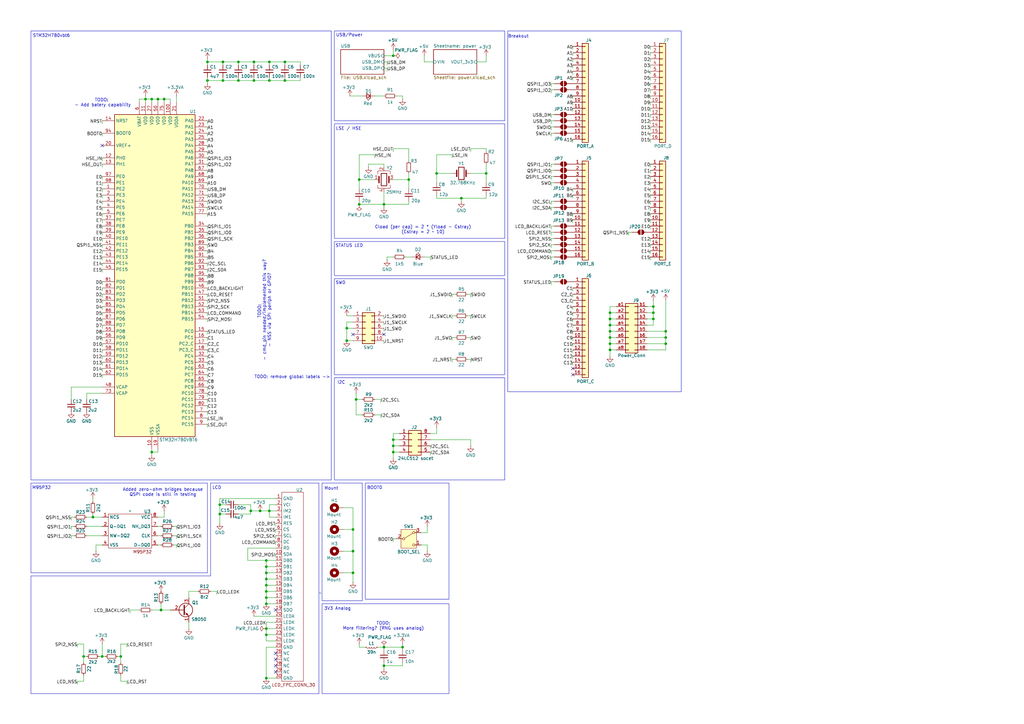
<source format=kicad_sch>
(kicad_sch (version 20231120) (generator "eeschema") (generator_version "8.0")
  (paper "A3")
  (title_block (title "STM32H7B0_devboard") (date "2024-04-19") (rev "V1.0") (company "Marijn Verschuren"))
  (junction (at 110.49 33.02))
  (junction (at 157.48 83.82))
  (junction (at 62.23 40.64))
  (junction (at 104.14 33.02))
  (junction (at 59.69 40.64))
  (junction (at 250.19 140.97))
  (junction (at 67.31 40.64))
  (junction (at 109.22 257.81))
  (junction (at 104.14 25.4))
  (junction (at 97.79 33.02))
  (junction (at 109.22 240.03))
  (junction (at 85.09 25.4))
  (junction (at 267.97 125.73))
  (junction (at 147.32 83.82))
  (junction (at 250.19 138.43))
  (junction (at 109.22 234.95))
  (junction (at 90.17 210.82))
  (junction (at 273.05 135.89))
  (junction (at 109.22 242.57))
  (junction (at 116.84 25.4))
  (junction (at 250.19 128.27))
  (junction (at 109.22 232.41))
  (junction (at 90.17 207.01))
  (junction (at 38.1 212.09))
  (junction (at 250.19 130.81))
  (junction (at 157.48 265.43))
  (junction (at 34.29 269.24))
  (junction (at 250.19 143.51))
  (junction (at 109.22 247.65))
  (junction (at 142.24 139.7))
  (junction (at 109.22 237.49))
  (junction (at 273.05 138.43))
  (junction (at 144.78 234.95))
  (junction (at 97.79 25.4))
  (junction (at 110.49 25.4))
  (junction (at 102.87 209.55))
  (junction (at 157.48 273.05))
  (junction (at 189.23 81.28))
  (junction (at 91.44 33.02))
  (junction (at 64.77 40.64))
  (junction (at 199.39 71.12))
  (junction (at 109.22 229.87))
  (junction (at 91.44 25.4))
  (junction (at 165.1 265.43))
  (junction (at 41.91 269.24))
  (junction (at 144.78 217.17))
  (junction (at 250.19 133.35))
  (junction (at 267.97 130.81))
  (junction (at 109.22 245.11))
  (junction (at 116.84 33.02))
  (junction (at 85.09 33.02))
  (junction (at 250.19 135.89))
  (junction (at 109.22 278.13))
  (junction (at 167.64 73.66))
  (junction (at 161.29 182.88))
  (junction (at 161.29 180.34))
  (junction (at 179.07 71.12))
  (junction (at 110.49 209.55))
  (junction (at 267.97 128.27))
  (junction (at 106.68 209.55))
  (junction (at 161.29 185.42))
  (junction (at 109.22 260.35))
  (junction (at 147.32 73.66))
  (junction (at 62.23 185.42))
  (junction (at 144.78 226.06))
  (junction (at 146.05 163.83))
  (junction (at 142.24 134.62))
  (junction (at 66.04 250.19))
  (junction (at 273.05 140.97))
  (junction (at 161.29 22.86))
  (junction (at 49.53 269.24))
  (no_connect (at 113.03 267.97))
  (no_connect (at 113.03 250.19))
  (no_connect (at 234.95 153.67))
  (no_connect (at 41.91 59.69))
  (no_connect (at 113.03 273.05))
  (no_connect (at 157.48 137.16))
  (no_connect (at 113.03 270.51))
  (no_connect (at 113.03 275.59))
  (no_connect (at 144.78 137.16))
  (no_connect (at 234.95 151.13))
  (wire (pts (xy 52.07 279.4) (xy 52.07 280.67)))
  (wire (pts (xy 104.14 25.4) (xy 110.49 25.4)))
  (wire (pts (xy 57.15 40.64) (xy 57.15 41.91)))
  (wire (pts (xy 234.95 119.38) (xy 234.95 118.11)))
  (wire (pts (xy 90.17 210.82) (xy 90.17 214.63)))
  (wire (pts (xy 49.53 276.86) (xy 49.53 279.4)))
  (wire (pts (xy 109.22 242.57) (xy 109.22 245.11)))
  (wire (pts (xy 161.29 182.88) (xy 161.29 180.34)))
  (wire (pts (xy 116.84 25.4) (xy 116.84 26.67)))
  (wire (pts (xy 250.19 133.35) (xy 250.19 130.81)))
  (wire (pts (xy 175.26 223.52) (xy 175.26 226.06)))
  (wire (pts (xy 193.04 180.34) (xy 193.04 182.88)))
  (polyline (pts (xy 130.81 198.12) (xy 130.81 284.48)))
  (wire (pts (xy 69.85 40.64) (xy 69.85 41.91)))
  (wire (pts (xy 41.91 154.94) (xy 41.91 153.67)))
  (wire (pts (xy 77.47 257.81) (xy 77.47 255.27)))
  (wire (pts (xy 109.22 240.03) (xy 113.03 240.03)))
  (wire (pts (xy 85.09 53.34) (xy 85.09 52.07)))
  (polyline (pts (xy 86.36 198.12) (xy 86.36 236.22)))
  (wire (pts (xy 161.29 220.98) (xy 162.56 220.98)))
  (wire (pts (xy 104.14 31.75) (xy 104.14 33.02)))
  (wire (pts (xy 266.7 72.39) (xy 266.7 73.66)))
  (wire (pts (xy 147.32 83.82) (xy 147.32 82.55)))
  (wire (pts (xy 158.75 25.4) (xy 158.75 26.67)))
  (wire (pts (xy 147.32 265.43) (xy 147.32 264.16)))
  (wire (pts (xy 146.05 170.18) (xy 148.59 170.18)))
  (wire (pts (xy 85.09 152.4) (xy 85.09 151.13)))
  (wire (pts (xy 266.7 48.26) (xy 266.7 46.99)))
  (wire (pts (xy 234.95 139.7) (xy 234.95 138.43)))
  (wire (pts (xy 266.7 55.88) (xy 266.7 54.61)))
  (polyline (pts (xy 12.7 236.22) (xy 86.36 236.22)))
  (wire (pts (xy 85.09 58.42) (xy 85.09 57.15)))
  (wire (pts (xy 157.48 135.89) (xy 157.48 134.62)))
  (wire (pts (xy 266.7 82.55) (xy 266.7 83.82)))
  (wire (pts (xy 41.91 55.88) (xy 41.91 54.61)))
  (wire (pts (xy 226.06 116.84) (xy 226.06 115.57)))
  (wire (pts (xy 90.17 207.01) (xy 92.71 207.01)))
  (wire (pts (xy 226.06 115.57) (xy 227.33 115.57)))
  (wire (pts (xy 109.22 240.03) (xy 109.22 242.57)))
  (wire (pts (xy 104.14 252.73) (xy 113.03 252.73)))
  (wire (pts (xy 257.81 95.25) (xy 259.08 95.25)))
  (wire (pts (xy 140.97 217.17) (xy 144.78 217.17)))
  (wire (pts (xy 109.22 234.95) (xy 113.03 234.95)))
  (wire (pts (xy 176.53 184.15) (xy 176.53 182.88)))
  (wire (pts (xy 35.56 212.09) (xy 38.1 212.09)))
  (wire (pts (xy 144.78 234.95) (xy 144.78 238.76)))
  (wire (pts (xy 113.03 218.44) (xy 113.03 217.17)))
  (wire (pts (xy 266.7 85.09) (xy 266.7 86.36)))
  (wire (pts (xy 185.42 147.32) (xy 186.69 147.32)))
  (wire (pts (xy 161.29 222.25) (xy 161.29 220.98)))
  (wire (pts (xy 226.06 53.34) (xy 226.06 52.07)))
  (wire (pts (xy 66.04 219.71) (xy 64.77 219.71)))
  (wire (pts (xy 110.49 25.4) (xy 116.84 25.4)))
  (wire (pts (xy 151.13 67.31) (xy 157.48 67.31)))
  (wire (pts (xy 156.21 170.18) (xy 156.21 171.45)))
  (wire (pts (xy 110.49 33.02) (xy 116.84 33.02)))
  (wire (pts (xy 144.78 132.08) (xy 142.24 132.08)))
  (wire (pts (xy 41.91 152.4) (xy 41.91 151.13)))
  (wire (pts (xy 72.39 39.37) (xy 72.39 41.91)))
  (wire (pts (xy 41.91 68.58) (xy 41.91 67.31)))
  (wire (pts (xy 41.91 66.04) (xy 41.91 64.77)))
  (wire (pts (xy 85.09 162.56) (xy 85.09 161.29)))
  (wire (pts (xy 266.7 97.79) (xy 266.7 99.06)))
  (wire (pts (xy 109.22 237.49) (xy 113.03 237.49)))
  (wire (pts (xy 41.91 132.08) (xy 41.91 130.81)))
  (wire (pts (xy 109.22 265.43) (xy 109.22 278.13)))
  (wire (pts (xy 146.05 163.83) (xy 148.59 163.83)))
  (wire (pts (xy 85.09 154.94) (xy 85.09 153.67)))
  (wire (pts (xy 250.19 128.27) (xy 250.19 125.73)))
  (wire (pts (xy 109.22 260.35) (xy 113.03 260.35)))
  (wire (pts (xy 97.79 207.01) (xy 102.87 207.01)))
  (wire (pts (xy 226.06 38.1) (xy 226.06 36.83)))
  (wire (pts (xy 85.09 132.08) (xy 85.09 130.81)))
  (wire (pts (xy 116.84 31.75) (xy 116.84 33.02)))
  (wire (pts (xy 91.44 25.4) (xy 97.79 25.4)))
  (wire (pts (xy 102.87 210.82) (xy 102.87 209.55)))
  (wire (pts (xy 72.39 217.17) (xy 72.39 215.9)))
  (wire (pts (xy 41.91 101.6) (xy 41.91 100.33)))
  (wire (pts (xy 226.06 93.98) (xy 226.06 92.71)))
  (wire (pts (xy 104.14 33.02) (xy 110.49 33.02)))
  (wire (pts (xy 266.7 27.94) (xy 266.7 26.67)))
  (wire (pts (xy 265.43 140.97) (xy 273.05 140.97)))
  (wire (pts (xy 161.29 187.96) (xy 161.29 185.42)))
  (wire (pts (xy 266.7 33.02) (xy 266.7 31.75)))
  (wire (pts (xy 266.7 67.31) (xy 266.7 68.58)))
  (wire (pts (xy 161.29 73.66) (xy 167.64 73.66)))
  (wire (pts (xy 34.29 269.24) (xy 34.29 271.78)))
  (wire (pts (xy 226.06 46.99) (xy 227.33 46.99)))
  (wire (pts (xy 85.09 25.4) (xy 91.44 25.4)))
  (wire (pts (xy 113.03 265.43) (xy 109.22 265.43)))
  (wire (pts (xy 41.91 99.06) (xy 41.91 97.79)))
  (wire (pts (xy 226.06 102.87) (xy 227.33 102.87)))
  (wire (pts (xy 234.95 25.4) (xy 234.95 24.13)))
  (wire (pts (xy 193.04 147.32) (xy 191.77 147.32)))
  (wire (pts (xy 234.95 43.18) (xy 234.95 41.91)))
  (wire (pts (xy 142.24 134.62) (xy 144.78 134.62)))
  (wire (pts (xy 59.69 40.64) (xy 59.69 41.91)))
  (wire (pts (xy 226.06 82.55) (xy 227.33 82.55)))
  (wire (pts (xy 29.21 217.17) (xy 29.21 215.9)))
  (wire (pts (xy 234.95 20.32) (xy 234.95 19.05)))
  (wire (pts (xy 41.91 127) (xy 41.91 125.73)))
  (wire (pts (xy 179.07 63.5) (xy 179.07 71.12)))
  (wire (pts (xy 85.09 93.98) (xy 85.09 92.71)))
  (wire (pts (xy 62.23 186.69) (xy 62.23 185.42)))
  (wire (pts (xy 157.48 83.82) (xy 167.64 83.82)))
  (wire (pts (xy 265.43 130.81) (xy 267.97 130.81)))
  (wire (pts (xy 142.24 139.7) (xy 144.78 139.7)))
  (wire (pts (xy 189.23 81.28) (xy 199.39 81.28)))
  (wire (pts (xy 85.09 121.92) (xy 85.09 120.65)))
  (wire (pts (xy 142.24 129.54) (xy 144.78 129.54)))
  (wire (pts (xy 113.03 223.52) (xy 113.03 222.25)))
  (wire (pts (xy 29.21 220.98) (xy 29.21 219.71)))
  (wire (pts (xy 101.6 224.79) (xy 101.6 229.87)))
  (wire (pts (xy 158.75 105.41) (xy 158.75 106.68)))
  (wire (pts (xy 226.06 35.56) (xy 226.06 34.29)))
  (wire (pts (xy 97.79 33.02) (xy 104.14 33.02)))
  (wire (pts (xy 226.06 104.14) (xy 226.06 102.87)))
  (wire (pts (xy 265.43 133.35) (xy 267.97 133.35)))
  (wire (pts (xy 41.91 73.66) (xy 41.91 72.39)))
  (wire (pts (xy 41.91 134.62) (xy 41.91 133.35)))
  (wire (pts (xy 226.06 100.33) (xy 227.33 100.33)))
  (wire (pts (xy 49.53 269.24) (xy 49.53 271.78)))
  (wire (pts (xy 226.06 101.6) (xy 226.06 100.33)))
  (wire (pts (xy 41.91 142.24) (xy 41.91 140.97)))
  (wire (pts (xy 146.05 161.29) (xy 146.05 163.83)))
  (wire (pts (xy 250.19 130.81) (xy 252.73 130.81)))
  (wire (pts (xy 85.09 86.36) (xy 85.09 85.09)))
  (wire (pts (xy 62.23 40.64) (xy 64.77 40.64)))
  (wire (pts (xy 113.03 224.79) (xy 101.6 224.79)))
  (wire (pts (xy 266.7 25.4) (xy 266.7 24.13)))
  (wire (pts (xy 41.91 111.76) (xy 41.91 110.49)))
  (wire (pts (xy 234.95 127) (xy 234.95 125.73)))
  (wire (pts (xy 147.32 77.47) (xy 147.32 73.66)))
  (wire (pts (xy 266.7 102.87) (xy 266.7 104.14)))
  (wire (pts (xy 72.39 223.52) (xy 71.12 223.52)))
  (wire (pts (xy 29.21 215.9) (xy 30.48 215.9)))
  (wire (pts (xy 226.06 71.12) (xy 226.06 69.85)))
  (wire (pts (xy 226.06 54.61) (xy 227.33 54.61)))
  (wire (pts (xy 85.09 175.26) (xy 85.09 173.99)))
  (wire (pts (xy 273.05 140.97) (xy 273.05 138.43)))
  (wire (pts (xy 179.07 175.26) (xy 179.07 177.8)))
  (wire (pts (xy 226.06 73.66) (xy 226.06 72.39)))
  (wire (pts (xy 35.56 161.29) (xy 41.91 161.29)))
  (wire (pts (xy 157.48 273.05) (xy 165.1 273.05)))
  (wire (pts (xy 85.09 149.86) (xy 85.09 148.59)))
  (wire (pts (xy 72.39 224.79) (xy 72.39 223.52)))
  (wire (pts (xy 167.64 60.96) (xy 167.64 66.04)))
  (wire (pts (xy 226.06 67.31) (xy 227.33 67.31)))
  (wire (pts (xy 161.29 105.41) (xy 158.75 105.41)))
  (wire (pts (xy 151.13 68.58) (xy 151.13 67.31)))
  (wire (pts (xy 143.51 39.37) (xy 148.59 39.37)))
  (wire (pts (xy 157.48 130.81) (xy 157.48 129.54)))
  (wire (pts (xy 41.91 147.32) (xy 41.91 146.05)))
  (wire (pts (xy 153.67 39.37) (xy 157.48 39.37)))
  (wire (pts (xy 29.21 219.71) (xy 30.48 219.71)))
  (wire (pts (xy 35.56 269.24) (xy 34.29 269.24)))
  (wire (pts (xy 267.97 128.27) (xy 267.97 130.81)))
  (wire (pts (xy 156.21 163.83) (xy 153.67 163.83)))
  (wire (pts (xy 199.39 60.96) (xy 199.39 62.23)))
  (wire (pts (xy 38.1 210.82) (xy 38.1 212.09)))
  (wire (pts (xy 173.99 25.4) (xy 177.8 25.4)))
  (wire (pts (xy 266.7 38.1) (xy 266.7 36.83)))
  (wire (pts (xy 234.95 124.46) (xy 234.95 123.19)))
  (wire (pts (xy 41.91 264.16) (xy 41.91 269.24)))
  (wire (pts (xy 85.09 68.58) (xy 85.09 67.31)))
  (wire (pts (xy 31.75 264.16) (xy 34.29 264.16)))
  (wire (pts (xy 109.22 234.95) (xy 109.22 237.49)))
  (wire (pts (xy 62.23 185.42) (xy 64.77 185.42)))
  (wire (pts (xy 85.09 172.72) (xy 85.09 171.45)))
  (wire (pts (xy 109.22 232.41) (xy 109.22 234.95)))
  (wire (pts (xy 185.42 121.92) (xy 185.42 120.65)))
  (wire (pts (xy 266.7 22.86) (xy 266.7 21.59)))
  (wire (pts (xy 62.23 250.19) (xy 66.04 250.19)))
  (wire (pts (xy 102.87 207.01) (xy 102.87 209.55)))
  (wire (pts (xy 67.31 40.64) (xy 67.31 41.91)))
  (wire (pts (xy 226.06 97.79) (xy 227.33 97.79)))
  (wire (pts (xy 226.06 49.53) (xy 227.33 49.53)))
  (wire (pts (xy 265.43 125.73) (xy 267.97 125.73)))
  (wire (pts (xy 153.67 63.5) (xy 147.32 63.5)))
  (wire (pts (xy 41.91 119.38) (xy 41.91 118.11)))
  (wire (pts (xy 158.75 25.4) (xy 157.48 25.4)))
  (wire (pts (xy 90.17 210.82) (xy 92.71 210.82)))
  (wire (pts (xy 265.43 138.43) (xy 273.05 138.43)))
  (wire (pts (xy 250.19 138.43) (xy 252.73 138.43)))
  (wire (pts (xy 64.77 184.15) (xy 64.77 185.42)))
  (wire (pts (xy 91.44 25.4) (xy 91.44 26.67)))
  (wire (pts (xy 165.1 266.7) (xy 165.1 265.43)))
  (wire (pts (xy 72.39 215.9) (xy 71.12 215.9)))
  (wire (pts (xy 41.91 129.54) (xy 41.91 128.27)))
  (wire (pts (xy 179.07 81.28) (xy 179.07 80.01)))
  (wire (pts (xy 85.09 24.13) (xy 85.09 25.4)))
  (wire (pts (xy 144.78 217.17) (xy 144.78 226.06)))
  (wire (pts (xy 172.72 218.44) (xy 175.26 218.44)))
  (wire (pts (xy 193.04 60.96) (xy 199.39 60.96)))
  (wire (pts (xy 41.91 121.92) (xy 41.91 120.65)))
  (wire (pts (xy 85.09 129.54) (xy 85.09 128.27)))
  (wire (pts (xy 41.91 106.68) (xy 41.91 105.41)))
  (wire (pts (xy 157.48 266.7) (xy 157.48 265.43)))
  (wire (pts (xy 173.99 22.86) (xy 173.99 25.4)))
  (wire (pts (xy 109.22 260.35) (xy 109.22 262.89)))
  (wire (pts (xy 38.1 212.09) (xy 41.91 212.09)))
  (wire (pts (xy 226.06 95.25) (xy 227.33 95.25)))
  (wire (pts (xy 266.7 50.8) (xy 266.7 49.53)))
  (wire (pts (xy 109.22 245.11) (xy 109.22 247.65)))
  (wire (pts (xy 86.36 242.57) (xy 88.9 242.57)))
  (wire (pts (xy 157.48 133.35) (xy 157.48 132.08)))
  (wire (pts (xy 226.06 105.41) (xy 227.33 105.41)))
  (wire (pts (xy 49.53 279.4) (xy 52.07 279.4)))
  (wire (pts (xy 106.68 209.55) (xy 110.49 209.55)))
  (wire (pts (xy 250.19 133.35) (xy 252.73 133.35)))
  (wire (pts (xy 62.23 40.64) (xy 62.23 41.91)))
  (wire (pts (xy 189.23 81.28) (xy 179.07 81.28)))
  (wire (pts (xy 85.09 63.5) (xy 85.09 62.23)))
  (wire (pts (xy 85.09 142.24) (xy 85.09 140.97)))
  (wire (pts (xy 101.6 229.87) (xy 109.22 229.87)))
  (wire (pts (xy 226.06 83.82) (xy 226.06 82.55)))
  (wire (pts (xy 142.24 132.08) (xy 142.24 134.62)))
  (wire (pts (xy 90.17 204.47) (xy 90.17 207.01)))
  (wire (pts (xy 234.95 147.32) (xy 234.95 146.05)))
  (wire (pts (xy 226.06 55.88) (xy 226.06 54.61)))
  (wire (pts (xy 185.42 129.54) (xy 186.69 129.54)))
  (wire (pts (xy 161.29 177.8) (xy 163.83 177.8)))
  (wire (pts (xy 109.22 257.81) (xy 109.22 260.35)))
  (wire (pts (xy 109.22 257.81) (xy 113.03 257.81)))
  (wire (pts (xy 250.19 130.81) (xy 250.19 128.27)))
  (wire (pts (xy 113.03 255.27) (xy 109.22 255.27)))
  (wire (pts (xy 266.7 43.18) (xy 266.7 41.91)))
  (wire (pts (xy 35.56 215.9) (xy 41.91 215.9)))
  (wire (pts (xy 173.99 105.41) (xy 176.53 105.41)))
  (wire (pts (xy 266.7 53.34) (xy 266.7 52.07)))
  (wire (pts (xy 266.7 20.32) (xy 266.7 19.05)))
  (wire (pts (xy 64.77 212.09) (xy 67.31 212.09)))
  (wire (pts (xy 226.06 68.58) (xy 226.06 67.31)))
  (wire (pts (xy 113.03 207.01) (xy 110.49 207.01)))
  (wire (pts (xy 90.17 207.01) (xy 90.17 210.82)))
  (wire (pts (xy 140.97 234.95) (xy 144.78 234.95)))
  (wire (pts (xy 85.09 147.32) (xy 85.09 146.05)))
  (wire (pts (xy 266.7 77.47) (xy 266.7 78.74)))
  (wire (pts (xy 266.7 30.48) (xy 266.7 29.21)))
  (wire (pts (xy 110.49 209.55) (xy 110.49 212.09)))
  (wire (pts (xy 162.56 39.37) (xy 165.1 39.37)))
  (wire (pts (xy 266.7 74.93) (xy 266.7 76.2)))
  (wire (pts (xy 193.04 148.59) (xy 193.04 147.32)))
  (wire (pts (xy 189.23 82.55) (xy 189.23 81.28)))
  (wire (pts (xy 66.04 223.52) (xy 64.77 223.52)))
  (wire (pts (xy 85.09 25.4) (xy 85.09 26.67)))
  (wire (pts (xy 85.09 137.16) (xy 85.09 135.89)))
  (wire (pts (xy 31.75 279.4) (xy 31.75 280.67)))
  (wire (pts (xy 176.53 180.34) (xy 193.04 180.34)))
  (wire (pts (xy 144.78 208.28) (xy 144.78 217.17)))
  (wire (pts (xy 226.06 50.8) (xy 226.06 49.53)))
  (wire (pts (xy 226.06 69.85) (xy 227.33 69.85)))
  (wire (pts (xy 72.39 220.98) (xy 72.39 219.71)))
  (wire (pts (xy 43.18 269.24) (xy 41.91 269.24)))
  (wire (pts (xy 109.22 247.65) (xy 113.03 247.65)))
  (wire (pts (xy 85.09 33.02) (xy 85.09 34.29)))
  (wire (pts (xy 266.7 100.33) (xy 266.7 101.6)))
  (wire (pts (xy 97.79 210.82) (xy 102.87 210.82)))
  (wire (pts (xy 157.48 83.82) (xy 147.32 83.82)))
  (wire (pts (xy 273.05 143.51) (xy 273.05 140.97)))
  (wire (pts (xy 41.91 91.44) (xy 41.91 90.17)))
  (wire (pts (xy 29.21 212.09) (xy 29.21 213.36)))
  (wire (pts (xy 104.14 25.4) (xy 104.14 26.67)))
  (wire (pts (xy 157.48 85.09) (xy 157.48 83.82)))
  (wire (pts (xy 85.09 157.48) (xy 85.09 156.21)))
  (wire (pts (xy 250.19 140.97) (xy 252.73 140.97)))
  (wire (pts (xy 250.19 135.89) (xy 252.73 135.89)))
  (wire (pts (xy 85.09 127) (xy 85.09 125.73)))
  (wire (pts (xy 29.21 212.09) (xy 30.48 212.09)))
  (wire (pts (xy 88.9 242.57) (xy 88.9 243.84)))
  (wire (pts (xy 85.09 96.52) (xy 85.09 95.25)))
  (wire (pts (xy 109.22 262.89) (xy 113.03 262.89)))
  (wire (pts (xy 85.09 114.3) (xy 85.09 113.03)))
  (wire (pts (xy 250.19 125.73) (xy 252.73 125.73)))
  (wire (pts (xy 179.07 71.12) (xy 185.42 71.12)))
  (polyline (pts (xy 130.81 284.48) (xy 12.7 284.48)))
  (wire (pts (xy 234.95 134.62) (xy 234.95 133.35)))
  (wire (pts (xy 53.34 250.19) (xy 53.34 251.46)))
  (wire (pts (xy 66.04 215.9) (xy 64.77 215.9)))
  (wire (pts (xy 273.05 135.89) (xy 273.05 123.19)))
  (wire (pts (xy 72.39 219.71) (xy 71.12 219.71)))
  (wire (pts (xy 185.42 138.43) (xy 186.69 138.43)))
  (wire (pts (xy 85.09 73.66) (xy 85.09 72.39)))
  (wire (pts (xy 109.22 237.49) (xy 109.22 240.03)))
  (wire (pts (xy 273.05 138.43) (xy 273.05 135.89)))
  (wire (pts (xy 266.7 87.63) (xy 266.7 88.9)))
  (wire (pts (xy 185.42 130.81) (xy 185.42 129.54)))
  (wire (pts (xy 267.97 130.81) (xy 267.97 133.35)))
  (wire (pts (xy 193.04 138.43) (xy 193.04 139.7)))
  (wire (pts (xy 109.22 278.13) (xy 113.03 278.13)))
  (wire (pts (xy 266.7 58.42) (xy 266.7 57.15)))
  (wire (pts (xy 91.44 33.02) (xy 97.79 33.02)))
  (wire (pts (xy 59.69 39.37) (xy 59.69 40.64)))
  (wire (pts (xy 64.77 40.64) (xy 67.31 40.64)))
  (wire (pts (xy 234.95 27.94) (xy 234.95 26.67)))
  (polyline (pts (xy 12.7 284.48) (xy 12.7 236.22)))
  (wire (pts (xy 175.26 218.44) (xy 175.26 215.9)))
  (wire (pts (xy 147.32 63.5) (xy 147.32 73.66)))
  (wire (pts (xy 199.39 81.28) (xy 199.39 80.01)))
  (wire (pts (xy 85.09 50.8) (xy 85.09 49.53)))
  (wire (pts (xy 116.84 33.02) (xy 123.19 33.02)))
  (wire (pts (xy 41.91 81.28) (xy 41.91 80.01)))
  (wire (pts (xy 193.04 120.65) (xy 191.77 120.65)))
  (wire (pts (xy 102.87 209.55) (xy 106.68 209.55)))
  (wire (pts (xy 265.43 128.27) (xy 267.97 128.27)))
  (wire (pts (xy 157.48 271.78) (xy 157.48 273.05)))
  (wire (pts (xy 85.09 60.96) (xy 85.09 59.69)))
  (wire (pts (xy 234.95 137.16) (xy 234.95 135.89)))
  (wire (pts (xy 226.06 36.83) (xy 227.33 36.83)))
  (wire (pts (xy 157.48 140.97) (xy 157.48 139.7)))
  (wire (pts (xy 185.42 120.65) (xy 186.69 120.65)))
  (wire (pts (xy 158.75 27.94) (xy 157.48 27.94)))
  (wire (pts (xy 85.09 88.9) (xy 85.09 87.63)))
  (wire (pts (xy 149.86 265.43) (xy 147.32 265.43)))
  (wire (pts (xy 59.69 40.64) (xy 57.15 40.64)))
  (wire (pts (xy 185.42 148.59) (xy 185.42 147.32)))
  (wire (pts (xy 156.21 165.1) (xy 156.21 163.83)))
  (wire (pts (xy 41.91 104.14) (xy 41.91 102.87)))
  (wire (pts (xy 85.09 167.64) (xy 85.09 166.37)))
  (wire (pts (xy 85.09 83.82) (xy 85.09 82.55)))
  (wire (pts (xy 41.91 223.52) (xy 39.37 223.52)))
  (wire (pts (xy 35.56 219.71) (xy 41.91 219.71)))
  (wire (pts (xy 161.29 180.34) (xy 161.29 177.8)))
  (wire (pts (xy 34.29 269.24) (xy 34.29 264.16)))
  (wire (pts (xy 41.91 124.46) (xy 41.91 123.19)))
  (wire (pts (xy 234.95 149.86) (xy 234.95 148.59)))
  (wire (pts (xy 109.22 242.57) (xy 113.03 242.57)))
  (wire (pts (xy 109.22 229.87) (xy 109.22 232.41)))
  (wire (pts (xy 123.19 33.02) (xy 123.19 31.75)))
  (wire (pts (xy 265.43 135.89) (xy 273.05 135.89)))
  (wire (pts (xy 85.09 139.7) (xy 85.09 138.43)))
  (wire (pts (xy 266.7 90.17) (xy 266.7 91.44)))
  (wire (pts (xy 41.91 109.22) (xy 41.91 107.95)))
  (wire (pts (xy 31.75 264.16) (xy 31.75 265.43)))
  (wire (pts (xy 234.95 40.64) (xy 234.95 39.37)))
  (wire (pts (xy 161.29 182.88) (xy 163.83 182.88)))
  (wire (pts (xy 226.06 34.29) (xy 227.33 34.29)))
  (wire (pts (xy 234.95 30.48) (xy 234.95 29.21)))
  (wire (pts (xy 165.1 265.43) (xy 157.48 265.43)))
  (wire (pts (xy 250.19 143.51) (xy 252.73 143.51)))
  (wire (pts (xy 176.53 186.69) (xy 176.53 185.42)))
  (wire (pts (xy 166.37 105.41) (xy 168.91 105.41)))
  (wire (pts (xy 234.95 132.08) (xy 234.95 130.81)))
  (wire (pts (xy 41.91 83.82) (xy 41.91 82.55)))
  (wire (pts (xy 109.22 232.41) (xy 113.03 232.41)))
  (wire (pts (xy 66.04 247.65) (xy 66.04 250.19)))
  (wire (pts (xy 226.06 106.68) (xy 226.06 105.41)))
  (wire (pts (xy 157.48 67.31) (xy 157.48 68.58)))
  (wire (pts (xy 110.49 212.09) (xy 113.03 212.09)))
  (wire (pts (xy 199.39 71.12) (xy 199.39 74.93)))
  (wire (pts (xy 193.04 129.54) (xy 191.77 129.54)))
  (wire (pts (xy 109.22 255.27) (xy 109.22 257.81)))
  (polyline (pts (xy 86.36 198.12) (xy 130.81 198.12)))
  (wire (pts (xy 85.09 123.19) (xy 85.09 124.46)))
  (wire (pts (xy 144.78 226.06) (xy 144.78 234.95)))
  (wire (pts (xy 266.7 105.41) (xy 266.7 106.68)))
  (wire (pts (xy 266.7 80.01) (xy 266.7 81.28)))
  (wire (pts (xy 265.43 143.51) (xy 273.05 143.51)))
  (wire (pts (xy 157.48 274.32) (xy 157.48 273.05)))
  (wire (pts (xy 81.28 242.57) (xy 77.47 242.57)))
  (wire (pts (xy 67.31 40.64) (xy 69.85 40.64)))
  (wire (pts (xy 250.19 143.51) (xy 250.19 140.97)))
  (wire (pts (xy 109.22 229.87) (xy 113.03 229.87)))
  (wire (pts (xy 85.09 76.2) (xy 85.09 74.93)))
  (wire (pts (xy 193.04 71.12) (xy 199.39 71.12)))
  (wire (pts (xy 110.49 207.01) (xy 110.49 209.55)))
  (wire (pts (xy 185.42 64.77) (xy 185.42 63.5)))
  (wire (pts (xy 85.09 119.38) (xy 85.09 118.11)))
  (wire (pts (xy 41.91 144.78) (xy 41.91 143.51)))
  (wire (pts (xy 161.29 180.34) (xy 163.83 180.34)))
  (wire (pts (xy 234.95 22.86) (xy 234.95 21.59)))
  (wire (pts (xy 193.04 121.92) (xy 193.04 120.65)))
  (wire (pts (xy 266.7 69.85) (xy 266.7 71.12)))
  (wire (pts (xy 146.05 163.83) (xy 146.05 170.18)))
  (wire (pts (xy 193.04 130.81) (xy 193.04 129.54)))
  (wire (pts (xy 158.75 27.94) (xy 158.75 29.21)))
  (wire (pts (xy 39.37 223.52) (xy 39.37 226.06)))
  (wire (pts (xy 40.64 269.24) (xy 41.91 269.24)))
  (wire (pts (xy 59.69 40.64) (xy 62.23 40.64)))
  (wire (pts (xy 266.7 40.64) (xy 266.7 39.37)))
  (wire (pts (xy 85.09 33.02) (xy 91.44 33.02)))
  (wire (pts (xy 161.29 60.96) (xy 161.29 62.23)))
  (wire (pts (xy 165.1 273.05) (xy 165.1 271.78)))
  (wire (pts (xy 140.97 226.06) (xy 144.78 226.06)))
  (wire (pts (xy 142.24 134.62) (xy 142.24 139.7)))
  (wire (pts (xy 266.7 92.71) (xy 266.7 93.98)))
  (wire (pts (xy 97.79 25.4) (xy 97.79 26.67)))
  (wire (pts (xy 154.94 265.43) (xy 157.48 265.43)))
  (wire (pts (xy 41.91 116.84) (xy 41.91 115.57)))
  (wire (pts (xy 85.09 78.74) (xy 85.09 77.47)))
  (wire (pts (xy 110.49 25.4) (xy 110.49 26.67)))
  (wire (pts (xy 29.21 158.75) (xy 41.91 158.75)))
  (wire (pts (xy 226.06 86.36) (xy 226.06 85.09)))
  (wire (pts (xy 161.29 185.42) (xy 163.83 185.42)))
  (wire (pts (xy 234.95 88.9) (xy 234.95 87.63)))
  (wire (pts (xy 234.95 78.74) (xy 234.95 77.47)))
  (wire (pts (xy 85.09 66.04) (xy 85.09 64.77)))
  (wire (pts (xy 41.91 86.36) (xy 41.91 85.09)))
  (wire (pts (xy 41.91 76.2) (xy 41.91 74.93)))
  (wire (pts (xy 41.91 149.86) (xy 41.91 148.59)))
  (wire (pts (xy 41.91 50.8) (xy 41.91 49.53)))
  (wire (pts (xy 165.1 264.16) (xy 165.1 265.43)))
  (wire (pts (xy 234.95 144.78) (xy 234.95 143.51)))
  (wire (pts (xy 52.07 264.16) (xy 49.53 264.16)))
  (wire (pts (xy 234.95 142.24) (xy 234.95 140.97)))
  (wire (pts (xy 41.91 137.16) (xy 41.91 135.89)))
  (wire (pts (xy 64.77 40.64) (xy 64.77 41.91)))
  (wire (pts (xy 62.23 184.15) (xy 62.23 185.42)))
  (wire (pts (xy 226.06 72.39) (xy 227.33 72.39)))
  (wire (pts (xy 85.09 116.84) (xy 85.09 115.57)))
  (wire (pts (xy 85.09 160.02) (xy 85.09 158.75)))
  (wire (pts (xy 250.19 128.27) (xy 252.73 128.27)))
  (wire (pts (xy 140.97 208.28) (xy 144.78 208.28)))
  (wire (pts (xy 110.49 209.55) (xy 113.03 209.55)))
  (wire (pts (xy 199.39 22.86) (xy 199.39 25.4)))
  (wire (pts (xy 267.97 123.19) (xy 267.97 125.73)))
  (wire (pts (xy 77.47 242.57) (xy 77.47 245.11)))
  (wire (pts (xy 193.04 62.23) (xy 193.04 60.96)))
  (wire (pts (xy 85.09 101.6) (xy 85.09 100.33)))
  (wire (pts (xy 199.39 67.31) (xy 199.39 71.12)))
  (wire (pts (xy 52.07 264.16) (xy 52.07 265.43)))
  (wire (pts (xy 250.19 138.43) (xy 250.19 135.89)))
  (wire (pts (xy 267.97 125.73) (xy 267.97 128.27)))
  (wire (pts (xy 85.09 31.75) (xy 85.09 33.02)))
  (wire (pts (xy 48.26 269.24) (xy 49.53 269.24)))
  (wire (pts (xy 226.06 92.71) (xy 227.33 92.71)))
  (wire (pts (xy 179.07 177.8) (xy 176.53 177.8)))
  (wire (pts (xy 53.34 250.19) (xy 57.15 250.19)))
  (wire (pts (xy 191.77 138.43) (xy 193.04 138.43)))
  (wire (pts (xy 234.95 33.02) (xy 234.95 31.75)))
  (wire (pts (xy 266.7 45.72) (xy 266.7 44.45)))
  (wire (pts (xy 250.19 135.89) (xy 250.19 133.35)))
  (wire (pts (xy 41.91 96.52) (xy 41.91 95.25)))
  (wire (pts (xy 226.06 48.26) (xy 226.06 46.99)))
  (wire (pts (xy 29.21 163.83) (xy 29.21 158.75)))
  (wire (pts (xy 161.29 22.86) (xy 161.29 20.32)))
  (wire (pts (xy 85.09 104.14) (xy 85.09 102.87)))
  (wire (pts (xy 41.91 93.98) (xy 41.91 92.71)))
  (wire (pts (xy 226.06 52.07) (xy 227.33 52.07)))
  (wire (pts (xy 257.81 95.25) (xy 257.81 96.52)))
  (wire (pts (xy 85.09 106.68) (xy 85.09 105.41)))
  (wire (pts (xy 41.91 88.9) (xy 41.91 87.63)))
  (wire (pts (xy 91.44 31.75) (xy 91.44 33.02)))
  (wire (pts (xy 85.09 109.22) (xy 85.09 107.95)))
  (wire (pts (xy 38.1 204.47) (xy 38.1 205.74)))
  (wire (pts (xy 85.09 71.12) (xy 85.09 69.85)))
  (wire (pts (xy 85.09 165.1) (xy 85.09 163.83)))
  (wire (pts (xy 179.07 63.5) (xy 185.42 63.5)))
  (wire (pts (xy 34.29 279.4) (xy 31.75 279.4)))
  (wire (pts (xy 234.95 129.54) (xy 234.95 128.27)))
  (wire (pts (xy 41.91 78.74) (xy 41.91 77.47)))
  (wire (pts (xy 226.06 96.52) (xy 226.06 95.25)))
  (wire (pts (xy 85.09 99.06) (xy 85.09 97.79)))
  (wire (pts (xy 110.49 31.75) (xy 110.49 33.02)))
  (wire (pts (xy 113.03 204.47) (xy 90.17 204.47)))
  (wire (pts (xy 266.7 35.56) (xy 266.7 34.29)))
  (wire (pts (xy 67.31 212.09) (xy 67.31 209.55)))
  (wire (pts (xy 85.09 111.76) (xy 85.09 110.49)))
  (wire (pts (xy 226.06 85.09) (xy 227.33 85.09)))
  (wire (pts (xy 226.06 99.06) (xy 226.06 97.79)))
  (wire (pts (xy 250.19 146.05) (xy 250.19 143.51)))
  (wire (pts (xy 167.64 71.12) (xy 167.64 73.66)))
  (wire (pts (xy 147.32 73.66) (xy 153.67 73.66)))
  (wire (pts (xy 185.42 139.7) (xy 185.42 138.43)))
  (wire (pts (xy 113.03 228.6) (xy 113.03 227.33)))
  (wire (pts (xy 35.56 163.83) (xy 35.56 161.29)))
  (wire (pts (xy 226.06 76.2) (xy 226.06 74.93)))
  (wire (pts (xy 161.29 185.42) (xy 161.29 182.88)))
  (wire (pts (xy 172.72 223.52) (xy 175.26 223.52)))
  (wire (pts (xy 85.09 144.78) (xy 85.09 143.51)))
  (wire (pts (xy 113.03 220.98) (xy 113.03 219.71)))
  (wire (pts (xy 179.07 74.93) (xy 179.07 71.12)))
  (wire (pts (xy 157.48 78.74) (xy 157.48 83.82)))
  (wire (pts (xy 234.95 45.72) (xy 234.95 44.45)))
  (wire (pts (xy 234.95 121.92) (xy 234.95 120.65)))
  (wire (pts (xy 153.67 63.5) (xy 153.67 64.77)))
  (wire (pts (xy 49.53 264.16) (xy 49.53 269.24)))
  (wire (pts (xy 167.64 83.82) (xy 167.64 82.55)))
  (wire (pts (xy 195.58 25.4) (xy 199.39 25.4)))
  (wire (pts (xy 234.95 91.44) (xy 234.95 90.17)))
  (wire (pts (xy 116.84 25.4) (xy 123.19 25.4)))
  (wire (pts (xy 123.19 25.4) (xy 123.19 26.67)))
  (wire (pts (xy 109.22 245.11) (xy 113.03 245.11)))
  (wire (pts (xy 97.79 25.4) (xy 104.14 25.4)))
  (wire (pts (xy 157.48 22.86) (xy 161.29 22.86)))
  (wire (pts (xy 34.29 276.86) (xy 34.29 279.4)))
  (wire (pts (xy 97.79 31.75) (xy 97.79 33.02)))
  (wire (pts (xy 176.53 105.41) (xy 176.53 106.68)))
  (wire (pts (xy 250.19 140.97) (xy 250.19 138.43)))
  (wire (pts (xy 66.04 250.19) (xy 69.85 250.19)))
  (wire (pts (xy 113.03 215.9) (xy 113.03 214.63)))
  (wire (pts (xy 167.64 73.66) (xy 167.64 77.47)))
  (wire (pts (xy 153.67 170.18) (xy 156.21 170.18)))
  (wire (pts (xy 161.29 60.96) (xy 167.64 60.96)))
  (wire (pts (xy 85.09 55.88) (xy 85.09 54.61)))
  (wire (pts (xy 165.1 39.37) (xy 165.1 40.64)))
  (wire (pts (xy 85.09 81.28) (xy 85.09 80.01)))
  (wire (pts (xy 234.95 58.42) (xy 234.95 57.15)))
  (wire (pts (xy 234.95 81.28) (xy 234.95 80.01)))
  (wire (pts (xy 226.06 74.93) (xy 227.33 74.93)))
  (wire (pts (xy 85.09 170.18) (xy 85.09 168.91)))
  (wire (pts (xy 41.91 139.7) (xy 41.91 138.43)))
  (rectangle (start 208.28 12.7) (end 279.4 160.655))
  (rectangle (start 12.7 12.7) (end 135.89 196.85))
  (rectangle (start 12.7 198.12) (end 85.09 234.95))
  (rectangle (start 137.16 12.7) (end 207.01 49.53))
  (rectangle (start 149.86 198.12) (end 184.15 245.745))
  (rectangle (start 137.16 99.06) (end 207.01 113.03))
  (rectangle (start 137.16 114.3) (end 207.01 153.67))
  (rectangle (start 137.16 154.94) (end 207.01 196.85))
  (rectangle (start 132.08 247.65) (end 184.15 284.48))
  (rectangle (start 132.08 198.12) (end 148.59 246.38))
  (rectangle (start 137.16 50.8) (end 207.01 97.79))
  (text "TODO: remove global labels ->" (at 119.888 154.686 0) (effects (font (size 1.27 1.27))))
  (text "SWD" (at 139.7 116.078 0) (effects (font (size 1.27 1.27))))
  (text "Breakout" (at 212.598 14.986 0) (effects (font (size 1.27 1.27))))
  (text "LSE / HSE" (at 143.002 52.832 0) (effects (font (size 1.27 1.27))))
  (text "Added zero-ohm bridges because\nQSPI code is still in testing" (at 66.802 201.93 0) (effects (font (size 1.27 1.27))))
  (text "Mount" (at 135.89 200.406 0) (effects (font (size 1.27 1.27))))
  (text "STATUS LED" (at 143.256 100.838 0) (effects (font (size 1.27 1.27))))
  (text "Cload (per cap) = 2 * (Yload - Cstray)\n(Cstray = 2 ~ 10)" (at 173.482 94.234 0) (effects (font (size 1.27 1.27))))
  (text "LCD" (at 88.9 200.152 0) (effects (font (size 1.27 1.27))))
  (text "TODO:\n - Add batery capability\n" (at 41.656 42.164 0) (effects (font (size 1.27 1.27))))
  (text "3V3 Analog" (at 138.43 249.682 0) (effects (font (size 1.27 1.27))))
  (text "STM32H7B0vbt6" (at 21.082 14.732 0) (effects (font (size 1.27 1.27))))
  (text "BOOT0" (at 153.67 200.152 0) (effects (font (size 1.27 1.27))))
  (text "TODO:\nMore filtering? (RNG uses analog)" (at 157.226 256.794 0) (effects (font (size 1.27 1.27))))
  (text "I2C" (at 139.954 156.972 0) (effects (font (size 1.27 1.27))))
  (text "M95P32" (at 17.018 200.152 0) (effects (font (size 1.27 1.27))))
  (text "TODO:\n - cmd_pin needed/implemented this way?\n - NSS via SPI periph or GPIO?" (at 108.458 127.762 90) (effects (font (size 1.27 1.27))))
  (text "USB/Power" (at 143.256 14.478 0) (effects (font (size 1.27 1.27))))
  (label "C5" (at 234.95 129.54 180))
  (label "D15" (at 266.7 58.42 180))
  (label "E2" (at 266.7 73.66 180))
  (label "C11" (at 234.95 144.78 180))
  (label "C8" (at 85.09 157.48 0))
  (label "QSPI1_IO3" (at 72.39 217.17 0))
  (label "LCD_RESET" (at 85.09 121.92 0))
  (label "D10" (at 41.91 142.24 180))
  (label "J1_SWO" (at 185.42 139.7 180))
  (label "A2" (at 234.95 25.4 180))
  (label "D8" (at 41.91 137.16 180))
  (label "J1_SWO" (at 157.48 135.89 0))
  (label "SPI2_SCK" (at 85.09 127 0))
  (label "A4" (at 85.09 60.96 0))
  (label "E8" (at 266.7 88.9 180))
  (label "LCD_RST" (at 52.07 280.67 0))
  (label "STATUS_LED" (at 176.53 106.68 0))
  (label "J1_SWDIO" (at 185.42 121.92 180))
  (label "LCD_COMMAND" (at 113.03 223.52 180))
  (label "D12" (at 266.7 50.8 180))
  (label "E3" (at 266.7 76.2 180))
  (label "QSPI1_SCK" (at 85.09 99.06 0))
  (label "E9" (at 266.7 91.44 180))
  (label "I2C_SDA" (at 156.21 171.45 0))
  (label "SPI2_NSS" (at 85.09 124.46 0))
  (label "STATUS_LED" (at 85.09 137.16 0))
  (label "USB_DM" (at 158.75 26.67 0))
  (label "E7" (at 266.7 86.36 180))
  (label "A15" (at 85.09 88.9 0))
  (label "A0" (at 234.95 20.32 180))
  (label "A15" (at 234.95 58.42 180))
  (label "E13" (at 266.7 101.6 180))
  (label "E1" (at 266.7 71.12 180))
  (label "D9" (at 41.91 139.7 180))
  (label "D11" (at 41.91 144.78 180))
  (label "SWO" (at 85.09 101.6 0))
  (label "QSPI1_SCK" (at 226.06 73.66 180))
  (label "STATUS_LED" (at 226.06 116.84 180))
  (label "SWDIO" (at 193.04 121.92 0))
  (label "D5" (at 41.91 129.54 180))
  (label "A3" (at 85.09 58.42 0))
  (label "QSPI1_IO0" (at 85.09 96.52 0))
  (label "C4" (at 234.95 127 180))
  (label "C12" (at 234.95 147.32 180))
  (label "QSPI1_NSS" (at 29.21 213.36 180))
  (label "NRST" (at 41.91 50.8 180))
  (label "C4" (at 85.09 147.32 0))
  (label "E8" (at 41.91 93.98 180))
  (label "LSE_OUT" (at 193.04 62.23 180))
  (label "A0" (at 85.09 50.8 0))
  (label "D12" (at 41.91 147.32 180))
  (label "USB_DP" (at 226.06 50.8 180))
  (label "SPI2_NSS" (at 226.06 99.06 180))
  (label "E5" (at 41.91 86.36 180))
  (label "HSE_IN" (at 41.91 66.04 180))
  (label "SWDIO" (at 226.06 53.34 180))
  (label "LCD_NSS" (at 113.03 218.44 180))
  (label "D11" (at 266.7 48.26 180))
  (label "LCD_COMMAND" (at 226.06 104.14 180))
  (label "D13" (at 266.7 53.34 180))
  (label "B5" (at 85.09 106.68 0))
  (label "D14" (at 266.7 55.88 180))
  (label "BOOT0" (at 41.91 55.88 180))
  (label "QSPI1_IO3" (at 85.09 66.04 0))
  (label "E6" (at 266.7 83.82 180))
  (label "D9" (at 266.7 43.18 180))
  (label "B9" (at 85.09 116.84 0))
  (label "D15" (at 41.91 154.94 180))
  (label "SPI2_MOSI" (at 85.09 132.08 0))
  (label "QSPI1_SCK" (at 72.39 220.98 0))
  (label "E4" (at 266.7 78.74 180))
  (label "A8" (at 85.09 71.12 0))
  (label "LCD_BACKLIGHT" (at 226.06 93.98 180))
  (label "J1_SWCLK" (at 185.42 130.81 180))
  (label "C7" (at 234.95 134.62 180))
  (label "LCD_RST" (at 113.03 215.9 180))
  (label "B5" (at 234.95 81.28 180))
  (label "QSPI1_NSS" (at 257.81 96.52 180))
  (label "C11" (at 85.09 165.1 0))
  (label "C12" (at 85.09 167.64 0))
  (label "LCD_LEDK" (at 88.9 243.84 0))
  (label "D8" (at 266.7 40.64 180))
  (label "QSPI1_IO0" (at 226.06 71.12 180))
  (label "QSPI1_IO3" (at 226.06 35.56 180))
  (label "BOOT0" (at 161.29 222.25 180))
  (label "D0" (at 41.91 116.84 180))
  (label "E1" (at 41.91 76.2 180))
  (label "SWCLK" (at 193.04 130.81 0))
  (label "I2C_SDA" (at 226.06 86.36 180))
  (label "J1_SWDIO" (at 157.48 130.81 0))
  (label "LCD_NSS" (at 31.75 280.67 180))
  (label "A9" (at 85.09 73.66 0))
  (label "B8" (at 234.95 88.9 180))
  (label "C9" (at 234.95 139.7 180))
  (label "E14" (at 41.91 109.22 180))
  (label "SPI2_SCK" (at 113.03 220.98 180))
  (label "A5" (at 234.95 33.02 180))
  (label "QSPI1_IO0" (at 72.39 224.79 0))
  (label "SWCLK" (at 226.06 55.88 180))
  (label "QSPI1_IO1" (at 226.06 68.58 180))
  (label "QSPI1_IO1" (at 29.21 217.17 180))
  (label "J1_NRST" (at 157.48 140.97 0))
  (label "E0" (at 41.91 73.66 180))
  (label "E7" (at 41.91 91.44 180))
  (label "A1" (at 234.95 22.86 180))
  (label "QSPI1_IO2" (at 226.06 38.1 180))
  (label "NRST" (at 193.04 148.59 0))
  (label "I2C_SCL" (at 226.06 83.82 180))
  (label "A9" (at 234.95 43.18 180))
  (label "A4" (at 234.95 30.48 180))
  (label "D7" (at 266.7 38.1 180))
  (label "C6" (at 85.09 152.4 0))
  (label "LSE_IN" (at 85.09 172.72 0))
  (label "C10" (at 85.09 162.56 0))
  (label "HSE_OUT" (at 161.29 62.23 180))
  (label "C13" (at 234.95 149.86 180))
  (label "J1_NRST" (at 185.42 148.59 180))
  (label "C5" (at 85.09 149.86 0))
  (label "LCD_RESET" (at 52.07 265.43 0))
  (label "D6" (at 41.91 132.08 180))
  (label "A3" (at 234.95 27.94 180))
  (label "D2" (at 266.7 25.4 180))
  (label "E15" (at 41.91 111.76 180))
  (label "E12" (at 41.91 104.14 180))
  (label "I2C_SCL" (at 85.09 109.22 0))
  (label "QSPI1_IO2" (at 85.09 68.58 0))
  (label "E0" (at 266.7 68.58 180))
  (label "LCD_BACKLIGHT" (at 85.09 119.38 0))
  (label "C8" (at 234.95 137.16 180))
  (label "D0" (at 266.7 20.32 180))
  (label "B8" (at 85.09 114.3 0))
  (label "C3_C" (at 234.95 124.46 180))
  (label "E5" (at 266.7 81.28 180))
  (label "C2_C" (at 234.95 121.92 180))
  (label "LSE_OUT" (at 85.09 175.26 0))
  (label "E3" (at 41.91 81.28 180))
  (label "B4" (at 234.95 78.74 180))
  (label "J1_SWCLK" (at 157.48 133.35 0))
  (label "A2" (at 85.09 55.88 0))
  (label "HSE_OUT" (at 41.91 68.58 180))
  (label "E10" (at 41.91 99.06 180))
  (label "C9" (at 85.09 160.02 0))
  (label "D2" (at 41.91 121.92 180))
  (label "LCD_COMMAND" (at 85.09 129.54 0))
  (label "I2C_SCL" (at 176.53 184.15 0))
  (label "SPI2_SCK" (at 226.06 101.6 180))
  (label "D6" (at 266.7 35.56 180))
  (label "E10" (at 266.7 93.98 180))
  (label "D10" (at 266.7 45.72 180))
  (label "SWO" (at 193.04 139.7 0))
  (label "SPI2_NSS" (at 31.75 265.43 180))
  (label "E9" (at 41.91 96.52 180))
  (label "E2" (at 41.91 78.74 180))
  (label "HSE_IN" (at 153.67 64.77 0))
  (label "D3" (at 41.91 124.46 180))
  (label "D3" (at 266.7 27.94 180))
  (label "C1" (at 85.09 139.7 0))
  (label "LCD_LEDK" (at 109.22 256.54 180))
  (label "B9" (at 234.95 91.44 180))
  (label "USB_DP" (at 158.75 29.21 0))
  (label "SWCLK" (at 85.09 86.36 0))
  (label "I2C_SDA" (at 85.09 111.76 0))
  (label "LCD_RESET" (at 226.06 96.52 180))
  (label "E15" (at 266.7 106.68 180))
  (label "E6" (at 41.91 88.9 180))
  (label "SPI2_MOSI" (at 113.03 228.6 180))
  (label "I2C_SDA" (at 176.53 186.69 0))
  (label "D1" (at 266.7 22.86 180))
  (label "C6" (at 234.95 132.08 180))
  (label "C2_C" (at 85.09 142.24 0))
  (label "D5" (at 266.7 33.02 180))
  (label "USB_DP" (at 85.09 81.28 0))
  (label "QSPI1_NSS" (at 41.91 101.6 180))
  (label "QSPI1_IO2" (at 29.21 220.98 180))
  (label "D14" (at 41.91 152.4 180))
  (label "A1" (at 85.09 53.34 0))
  (label "A8" (at 234.95 40.64 180))
  (label "C1" (at 234.95 119.38 180))
  (label "C7" (at 85.09 154.94 0))
  (label "D7" (at 41.91 134.62 180))
  (label "E14" (at 266.7 104.14 180))
  (label "D13" (at 41.91 149.86 180))
  (label "C10" (at 234.95 142.24 180))
  (label "USB_DM" (at 85.09 78.74 0))
  (label "A5" (at 85.09 63.5 0))
  (label "LCD_BACKLIGHT" (at 53.34 251.46 180))
  (label "D4" (at 266.7 30.48 180))
  (label "E12" (at 266.7 99.06 180))
  (label "D4" (at 41.91 127 180))
  (label "C13" (at 85.09 170.18 0))
  (label "E13" (at 41.91 106.68 180))
  (label "LSE_IN" (at 185.42 64.77 0))
  (label "USB_DM" (at 226.06 48.26 180))
  (label "SPI2_MOSI" (at 226.06 106.68 180))
  (label "B4" (at 85.09 104.14 0))
  (label "SWDIO" (at 85.09 83.82 0))
  (label "SWO" (at 226.06 76.2 180))
  (label "C3_C" (at 85.09 144.78 0))
  (label "A10" (at 85.09 76.2 0))
  (label "E4" (at 41.91 83.82 180))
  (label "A10" (at 234.95 45.72 180))
  (label "I2C_SCL" (at 156.21 165.1 0))
  (label "QSPI1_IO1" (at 85.09 93.98 0))
  (label "D1" (at 41.91 119.38 180))
  (symbol (lib_id "Device:R_Small") (at 68.58 223.52 90) (unit 1)
    (property "Reference" "R28" (at 68.58 221.488 90))
    (property "Value" "0" (effects (hide yes)))
    (property "Footprint" "Resistor_SMD:R_0603_1608Metric" (effects (hide yes)))
    (property "Description" "0603WAF0000T5E" (effects (hide yes)))
  )
  (symbol (lib_id "power:+3V3") (at 147.32 264.16 0) (unit 1)
    (property "Reference" "#PWR036" (effects (hide yes)))
    (property "Value" "+3V3" (at 146.812 260.604 0))
    (property "Description" "Power symbol creates a global label with name \"+3V3\"" (effects (hide yes)))
  )
  (symbol (lib_id "Mechanical:MountingHole_Pad") (at 138.43 234.95 90) (unit 1) (exclude_from_sim yes) (in_bom no)
    (property "Reference" "H4" (at 137.16 231.902 90))
    (property "Value" "Mount" (at 136.906 237.744 90))
    (property "Footprint" "MountingHole:MountingHole_4.3mm_M4_Pad_Via" (effects (hide yes)))
    (property "Description" "Mounting Hole with connection" (effects (hide yes)))
  )
  (symbol (lib_id "Device:C_Small") (at 199.39 77.47 0) (unit 1)
    (property "Reference" "C9" (at 200.152 75.692 0) (effects (justify left)))
    (property "Value" "12p" (at 200.406 79.756 0) (effects (justify left)))
    (property "Footprint" "Capacitor_SMD:C_0402_1005Metric" (effects (hide yes)))
    (property "Description" "Unpolarized capacitor, small symbol" (effects (hide yes)))
  )
  (symbol (lib_id "power:+3V3") (at 38.1 204.47 0) (unit 1)
    (property "Reference" "#PWR023" (effects (hide yes)))
    (property "Value" "+3V3" (at 37.592 200.914 0))
    (property "Description" "Power symbol creates a global label with name \"+3V3\"" (effects (hide yes)))
  )
  (symbol (lib_id "Jumper:SolderJumper_2_Open") (at 231.14 72.39 0) (unit 1) (exclude_from_sim yes) (in_bom no)
    (property "Reference" "JP9" (effects (hide yes)))
    (property "Footprint" "Jumper:SolderJumper-2_P1.3mm_Open_TrianglePad1.0x1.5mm" (effects (hide yes)))
    (property "Description" "Solder Jumper, 2-pole, open" (effects (hide yes)))
  )
  (symbol (lib_id "Jumper:SolderJumper_2_Open") (at 231.14 52.07 0) (unit 1) (exclude_from_sim yes) (in_bom no)
    (property "Reference" "JP5" (effects (hide yes)))
    (property "Footprint" "Jumper:SolderJumper-2_P1.3mm_Open_TrianglePad1.0x1.5mm" (effects (hide yes)))
    (property "Description" "Solder Jumper, 2-pole, open" (effects (hide yes)))
  )
  (symbol (lib_id "Device:R_Small") (at 189.23 129.54 90) (unit 1)
    (property "Reference" "R6" (at 189.23 127.508 90))
    (property "Value" "22" (at 189.23 131.826 90))
    (property "Footprint" "Resistor_SMD:R_0402_1005Metric" (effects (hide yes)))
    (property "Description" "Resistor, small symbol" (effects (hide yes)))
  )
  (symbol (lib_id "Jumper:SolderJumper_2_Open") (at 231.14 100.33 0) (unit 1) (exclude_from_sim yes) (in_bom no)
    (property "Reference" "JP16" (effects (hide yes)))
    (property "Footprint" "Jumper:SolderJumper-2_P1.3mm_Open_TrianglePad1.0x1.5mm" (effects (hide yes)))
    (property "Description" "Solder Jumper, 2-pole, open" (effects (hide yes)))
  )
  (symbol (lib_id "power:GND") (at 161.29 187.96 0) (unit 1)
    (property "Reference" "#PWR022" (effects (hide yes)))
    (property "Value" "GND" (at 161.29 191.77 0))
    (property "Description" "Power symbol creates a global label with name \"GND\" , ground" (effects (hide yes)))
  )
  (symbol (lib_id "Device:C_Small") (at 116.84 29.21 0) (unit 1)
    (property "Reference" "C6" (at 117.856 27.432 0) (effects (justify left)))
    (property "Value" "100n" (at 117.856 31.242 0) (effects (justify left)))
    (property "Footprint" "Capacitor_SMD:C_0402_1005Metric" (effects (hide yes)))
    (property "Description" "Unpolarized capacitor, small symbol" (effects (hide yes)))
  )
  (symbol (lib_id "power:+5V") (at 273.05 123.19 0) (unit 1)
    (property "Reference" "#PWR049" (effects (hide yes)))
    (property "Value" "+5V" (at 272.796 119.38 0))
    (property "Description" "Power symbol creates a global label with name \"+5V\"" (effects (hide yes)))
  )
  (symbol (lib_id "Connector_Generic:Conn_01x16") (at 271.78 36.83 0) (unit 1)
    (property "Reference" "J7" (at 272.034 16.51 0) (effects (justify left)))
    (property "Value" "PORT_D" (at 268.224 59.944 0) (effects (justify left)))
    (property "Footprint" "Connector_PinSocket_2.00mm:PinSocket_1x16_P2.00mm_Vertical" (effects (hide yes)))
    (property "Description" "Generic connector, single row, 01x16, script generated (kicad-library-utils/schlib/autogen/connector/)" (effects (hide yes)))
  )
  (symbol (lib_id "Device:C_Small") (at 91.44 29.21 0) (unit 1)
    (property "Reference" "C2" (at 92.456 27.432 0) (effects (justify left)))
    (property "Value" "100n" (at 92.456 31.242 0) (effects (justify left)))
    (property "Footprint" "Capacitor_SMD:C_0402_1005Metric" (effects (hide yes)))
    (property "Description" "Unpolarized capacitor, small symbol" (effects (hide yes)))
  )
  (symbol (lib_id "Device:R_Small") (at 34.29 274.32 180) (unit 1)
    (property "Reference" "R17" (at 32.258 274.32 90))
    (property "Value" "22" (at 36.576 274.32 90))
    (property "Footprint" "Resistor_SMD:R_0402_1005Metric" (effects (hide yes)))
    (property "Description" "Resistor, small symbol" (effects (hide yes)))
  )
  (symbol (lib_id "Device:R_Small") (at 49.53 274.32 0) (unit 1)
    (property "Reference" "R18" (at 47.752 274.574 90))
    (property "Value" "22" (at 51.562 274.32 90))
    (property "Footprint" "Resistor_SMD:R_0402_1005Metric" (effects (hide yes)))
    (property "Description" "Resistor, small symbol" (effects (hide yes)))
  )
  (symbol (lib_id "power:+5V") (at 173.99 22.86 0) (unit 1)
    (property "Reference" "#PWR02" (effects (hide yes)))
    (property "Value" "+5V" (at 173.736 19.05 0))
    (property "Description" "Power symbol creates a global label with name \"+5V\"" (effects (hide yes)))
  )
  (symbol (lib_id "Jumper:SolderJumper_2_Open") (at 231.14 85.09 0) (unit 1) (exclude_from_sim yes) (in_bom no)
    (property "Reference" "JP12" (at 229.108 87.376 0))
    (property "Footprint" "Jumper:SolderJumper-2_P1.3mm_Open_TrianglePad1.0x1.5mm" (effects (hide yes)))
    (property "Description" "Solder Jumper, 2-pole, open" (effects (hide yes)))
  )
  (symbol (lib_id "power:+3V3") (at 41.91 264.16 0) (unit 1)
    (property "Reference" "#PWR035" (effects (hide yes)))
    (property "Value" "+3V3" (at 41.402 260.604 0))
    (property "Description" "Power symbol creates a global label with name \"+3V3\"" (effects (hide yes)))
  )
  (symbol (lib_id "Device:C_Small") (at 165.1 269.24 0) (unit 1)
    (property "Reference" "C17" (at 166.116 267.462 0) (effects (justify left)))
    (property "Value" "10n" (at 166.116 271.272 0) (effects (justify left)))
    (property "Footprint" "Capacitor_SMD:C_0402_1005Metric" (effects (hide yes)))
    (property "Description" "Unpolarized capacitor, small symbol" (effects (hide yes)))
  )
  (symbol (lib_id "Device:R_Small") (at 66.04 245.11 180) (unit 1)
    (property "Reference" "R13" (at 64.008 245.11 90))
    (property "Value" "10k" (at 68.326 245.11 90))
    (property "Footprint" "Resistor_SMD:R_0402_1005Metric" (effects (hide yes)))
    (property "Description" "Resistor, small symbol" (effects (hide yes)))
  )
  (symbol (lib_id "Connector_Generic:Conn_02x04_Counter_Clockwise") (at 168.91 180.34 0) (unit 1)
    (property "Reference" "J2" (at 169.926 175.26 0))
    (property "Value" "24LC512 socet" (at 170.434 187.96 0))
    (property "Footprint" "Package_DIP:CERDIP-8_W7.62mm_SideBrazed_Socket" (effects (hide yes)))
    (property "Description" "Generic connector, double row, 02x04, counter clockwise pin numbering scheme (similar to DIP package numbering), script generated (kicad-library-utils/schlib/autogen/connector/)" (effects (hide yes)))
  )
  (symbol (lib_id "power:GND") (at 250.19 146.05 0) (unit 1)
    (property "Reference" "#PWR048" (effects (hide yes)))
    (property "Value" "GND" (at 250.19 149.86 0))
    (property "Description" "Power symbol creates a global label with name \"GND\" , ground" (effects (hide yes)))
  )
  (symbol (lib_id "power:GND") (at 77.47 257.81 0) (unit 1)
    (property "Reference" "#PWR034" (effects (hide yes)))
    (property "Value" "GND" (at 77.47 261.62 0))
    (property "Description" "Power symbol creates a global label with name \"GND\" , ground" (effects (hide yes)))
  )
  (symbol (lib_id "power:+3.3VA") (at 72.39 39.37 0) (unit 1)
    (property "Reference" "#PWR07" (effects (hide yes)))
    (property "Value" "+3.3VA" (at 71.882 35.814 0))
    (property "Description" "Power symbol creates a global label with name \"+3.3VA\"" (effects (hide yes)))
  )
  (symbol (lib_id "Device:C_Small") (at 110.49 29.21 0) (unit 1)
    (property "Reference" "C5" (at 111.506 27.432 0) (effects (justify left)))
    (property "Value" "100n" (at 111.506 31.242 0) (effects (justify left)))
    (property "Footprint" "Capacitor_SMD:C_0402_1005Metric" (effects (hide yes)))
    (property "Description" "Unpolarized capacitor, small symbol" (effects (hide yes)))
  )
  (symbol (lib_id "Connector_Generic:Conn_01x16") (at 240.03 133.35 0) (unit 1)
    (property "Reference" "J6" (at 240.284 113.03 0) (effects (justify left)))
    (property "Value" "PORT_C" (at 236.474 156.464 0) (effects (justify left)))
    (property "Footprint" "Connector_PinSocket_2.00mm:PinSocket_1x16_P2.00mm_Vertical" (effects (hide yes)))
    (property "Description" "Generic connector, single row, 01x16, script generated (kicad-library-utils/schlib/autogen/connector/)" (effects (hide yes)))
  )
  (symbol (lib_id "power:+3V3") (at 85.09 24.13 0) (unit 1)
    (property "Reference" "#PWR04" (effects (hide yes)))
    (property "Value" "+3V3" (at 84.582 20.574 0))
    (property "Description" "Power symbol creates a global label with name \"+3V3\"" (effects (hide yes)))
  )
  (symbol (lib_id "Jumper:SolderJumper_2_Open") (at 231.14 92.71 0) (unit 1) (exclude_from_sim yes) (in_bom no)
    (property "Reference" "JP13" (at 229.108 90.424 0))
    (property "Footprint" "Jumper:SolderJumper-2_P1.3mm_Open_TrianglePad1.0x1.5mm" (effects (hide yes)))
    (property "Description" "Solder Jumper, 2-pole, open" (effects (hide yes)))
  )
  (symbol (lib_id "Device:R_Small") (at 151.13 163.83 90) (unit 1)
    (property "Reference" "R9" (at 151.13 161.798 90))
    (property "Value" "2k2" (at 151.13 166.116 90))
    (property "Footprint" "Resistor_SMD:R_0402_1005Metric" (effects (hide yes)))
    (property "Description" "Resistor, small symbol" (effects (hide yes)))
  )
  (symbol (lib_id "power:+3V3") (at 143.51 39.37 0) (unit 1)
    (property "Reference" "#PWR08" (effects (hide yes)))
    (property "Value" "+3V3" (at 143.002 35.814 0))
    (property "Description" "Power symbol creates a global label with name \"+3V3\"" (effects (hide yes)))
  )
  (symbol (lib_id "Device:C_Small") (at 147.32 80.01 0) (unit 1)
    (property "Reference" "C10" (at 148.082 78.232 0) (effects (justify left)))
    (property "Value" "20p" (at 148.336 82.296 0) (effects (justify left)))
    (property "Footprint" "Capacitor_SMD:C_0402_1005Metric" (effects (hide yes)))
    (property "Description" "Unpolarized capacitor, small symbol" (effects (hide yes)))
  )
  (symbol (lib_id "power:GND") (at 193.04 182.88 0) (unit 1)
    (property "Reference" "#PWR020" (effects (hide yes)))
    (property "Value" "GND" (at 193.04 186.69 0))
    (property "Description" "Power symbol creates a global label with name \"GND\" , ground" (effects (hide yes)))
  )
  (symbol (lib_id "power:+3V3") (at 142.24 129.54 0) (unit 1)
    (property "Reference" "#PWR014" (effects (hide yes)))
    (property "Value" "+3V3" (at 141.732 125.984 0))
    (property "Description" "Power symbol creates a global label with name \"+3V3\"" (effects (hide yes)))
  )
  (symbol (lib_id "power:GND") (at 142.24 139.7 0) (unit 1)
    (property "Reference" "#PWR015" (effects (hide yes)))
    (property "Value" "GND" (at 142.24 143.51 0))
    (property "Description" "Power symbol creates a global label with name \"GND\" , ground" (effects (hide yes)))
  )
  (symbol (lib_id "Device:LED_Small") (at 151.13 39.37 180) (unit 1)
    (property "Reference" "D1" (at 151.13 37.338 0))
    (property "Value" "Red" (at 150.876 42.418 0))
    (property "Footprint" "Diode_SMD:D_0603_1608Metric" (effects (hide yes)))
    (property "Description" "Light emitting diode, small symbol" (effects (hide yes)))
  )
  (symbol (lib_id "Connector_Generic:Conn_02x08_Row_Letter_First") (at 257.81 133.35 0) (unit 1)
    (property "Reference" "J9" (at 260.858 123.19 0))
    (property "Value" "Power_Conn" (at 259.08 145.796 0))
    (property "Footprint" "Connector_PinSocket_2.00mm:PinSocket_2x08_P2.00mm_Vertical" (effects (hide yes)))
    (property "Description" "Generic connector, double row, 02x08, row letter first pin numbering scheme (pin number consists of a letter for the row and a number for the pin index in this row. a1, ..., aN; b1, ..., bN), script generated (kicad-library-utils/schlib/autogen/connector/)" (effects (hide yes)))
  )
  (symbol (lib_id "power:+3V3") (at 175.26 215.9 0) (unit 1)
    (property "Reference" "#PWR027" (effects (hide yes)))
    (property "Value" "+3V3" (at 174.752 212.344 0))
    (property "Description" "Power symbol creates a global label with name \"+3V3\"" (effects (hide yes)))
  )
  (symbol (lib_id "Jumper:SolderJumper_2_Open") (at 231.14 36.83 0) (unit 1) (exclude_from_sim yes) (in_bom no)
    (property "Reference" "JP2" (at 229.108 39.116 0))
    (property "Footprint" "Jumper:SolderJumper-2_P1.3mm_Open_TrianglePad1.0x1.5mm" (effects (hide yes)))
    (property "Description" "Solder Jumper, 2-pole, open" (effects (hide yes)))
  )
  (symbol (lib_id "Marijn:1.9{dblquote} LCD_FPC_CONN") (at 121.92 200.66 0) (unit 1)
    (property "Reference" "U2" (at 121.412 200.914 0) (effects (justify left)))
    (property "Value" "~" (at 130.81 243.2078 0) (effects (justify left)))
    (property "Footprint" "Custom:FPC_30_soldered" (effects (hide yes)))
  )
  (symbol (lib_id "power:GND") (at 158.75 106.68 0) (unit 1)
    (property "Reference" "#PWR013" (effects (hide yes)))
    (property "Value" "GND" (at 158.75 110.49 0))
    (property "Description" "Power symbol creates a global label with name \"GND\" , ground" (effects (hide yes)))
  )
  (symbol (lib_id "Device:L_Small") (at 152.4 265.43 270) (unit 1)
    (property "Reference" "L1" (at 152.4 263.906 90))
    (property "Value" "39n" (at 152.4 267.462 90))
    (property "Footprint" "Inductor_SMD:L_0603_1608Metric" (effects (hide yes)))
    (property "Description" "SDCL1608C39NJTDF" (effects (hide yes)))
  )
  (symbol (lib_id "Device:R_Small") (at 167.64 68.58 0) (unit 1)
    (property "Reference" "R3" (at 168.402 66.04 0) (effects (justify left)))
    (property "Value" "47" (at 168.91 70.612 0) (effects (justify left)))
    (property "Footprint" "Resistor_SMD:R_0402_1005Metric" (effects (hide yes)))
    (property "Description" "Resistor, small symbol" (effects (hide yes)))
  )
  (symbol (lib_id "power:GND") (at 85.09 34.29 0) (unit 1)
    (property "Reference" "#PWR05" (effects (hide yes)))
    (property "Value" "GND" (at 85.09 38.1 0))
    (property "Description" "Power symbol creates a global label with name \"GND\" , ground" (effects (hide yes)))
  )
  (symbol (lib_id "power:+3V3") (at 67.31 209.55 0) (unit 1)
    (property "Reference" "#PWR024" (effects (hide yes)))
    (property "Value" "+3V3" (at 66.802 205.994 0))
    (property "Description" "Power symbol creates a global label with name \"+3V3\"" (effects (hide yes)))
  )
  (symbol (lib_id "Device:C_Small") (at 157.48 269.24 0) (unit 1)
    (property "Reference" "C16" (at 158.496 267.462 0) (effects (justify left)))
    (property "Value" "1u" (at 158.496 271.272 0) (effects (justify left)))
    (property "Footprint" "Capacitor_SMD:C_0402_1005Metric" (effects (hide yes)))
    (property "Description" "Unpolarized capacitor, small symbol" (effects (hide yes)))
  )
  (symbol (lib_id "Connector_Generic:Conn_01x16") (at 240.03 85.09 0) (unit 1)
    (property "Reference" "J5" (at 240.284 64.77 0) (effects (justify left)))
    (property "Value" "PORT_B" (at 236.474 108.204 0) (effects (justify left)))
    (property "Footprint" "Connector_PinSocket_2.00mm:PinSocket_1x16_P2.00mm_Vertical" (effects (hide yes)))
    (property "Description" "Generic connector, single row, 01x16, script generated (kicad-library-utils/schlib/autogen/connector/)" (effects (hide yes)))
  )
  (symbol (lib_id "Jumper:SolderJumper_2_Open") (at 231.14 46.99 0) (unit 1) (exclude_from_sim yes) (in_bom no)
    (property "Reference" "JP3" (at 229.108 44.704 0))
    (property "Footprint" "Jumper:SolderJumper-2_P1.3mm_Open_TrianglePad1.0x1.5mm" (effects (hide yes)))
    (property "Description" "Solder Jumper, 2-pole, open" (effects (hide yes)))
  )
  (symbol (lib_id "power:+3V3") (at 106.68 209.55 0) (unit 1)
    (property "Reference" "#PWR025" (effects (hide yes)))
    (property "Value" "+3V3" (at 106.172 205.994 0))
    (property "Description" "Power symbol creates a global label with name \"+3V3\"" (effects (hide yes)))
  )
  (symbol (lib_id "Device:C_Small") (at 29.21 166.37 0) (unit 1)
    (property "Reference" "C12" (at 29.718 164.592 0) (effects (justify left)))
    (property "Value" "2u2" (at 29.718 168.148 0) (effects (justify left)))
    (property "Footprint" "Capacitor_SMD:C_0402_1005Metric" (effects (hide yes)))
    (property "Datasheet" "https://www.lcsc.com/datasheet/lcsc_datasheet_2304140030_TDK-C1005X6S0G225MTJ00F_C343040.pdf" (effects (hide yes)))
    (property "Description" "TDK C1005X6S0G225MTJ00F" (effects (hide yes)))
  )
  (symbol (lib_id "Device:R_Small") (at 45.72 269.24 270) (unit 1)
    (property "Reference" "R16" (at 45.72 267.208 90))
    (property "Value" "2k2" (at 45.72 271.272 90))
    (property "Footprint" "Resistor_SMD:R_0402_1005Metric" (effects (hide yes)))
    (property "Description" "Resistor, small symbol" (effects (hide yes)))
  )
  (symbol (lib_id "Device:R_Small") (at 59.69 250.19 90) (unit 1)
    (property "Reference" "R14" (at 59.69 248.158 90))
    (property "Value" "1k" (at 59.69 252.476 90))
    (property "Footprint" "Resistor_SMD:R_0402_1005Metric" (effects (hide yes)))
    (property "Description" "Resistor, small symbol" (effects (hide yes)))
  )
  (symbol (lib_id "Device:R_Small") (at 189.23 120.65 90) (unit 1)
    (property "Reference" "R5" (at 189.23 118.618 90))
    (property "Value" "22" (at 189.23 122.936 90))
    (property "Footprint" "Resistor_SMD:R_0402_1005Metric" (effects (hide yes)))
    (property "Description" "Resistor, small symbol" (effects (hide yes)))
  )
  (symbol (lib_id "MCU_ST_STM32H7:STM32H7B0VBTx") (at 62.23 113.03 0) (unit 1)
    (property "Reference" "U1" (at 77.724 45.72 0) (effects (justify left)))
    (property "Value" "STM32H7B0VBT6" (at 65.278 180.34 0) (effects (justify left)))
    (property "Footprint" "Package_QFP:LQFP-100_14x14mm_P0.5mm" (effects (hide yes)))
    (property "Datasheet" "https://www.st.com/resource/en/datasheet/stm32h7b0vb.pdf" (effects (hide yes)))
    (property "Description" "STMicroelectronics Arm Cortex-M7 MCU, 128KB flash, 1184KB RAM, 280 MHz, 1.62-3.6V, 82 GPIO, LQFP100" (effects (hide yes)))
  )
  (symbol (lib_id "power:GND") (at 62.23 186.69 0) (unit 1)
    (property "Reference" "#PWR021" (effects (hide yes)))
    (property "Value" "GND" (at 62.23 190.5 0))
    (property "Description" "Power symbol creates a global label with name \"GND\" , ground" (effects (hide yes)))
  )
  (symbol (lib_id "power:+3V3") (at 267.97 123.19 0) (unit 1)
    (property "Reference" "#PWR047" (effects (hide yes)))
    (property "Value" "+3V3" (at 267.462 119.634 0))
    (property "Description" "Power symbol creates a global label with name \"+3V3\"" (effects (hide yes)))
  )
  (symbol (lib_id "Jumper:SolderJumper_2_Open") (at 231.14 49.53 0) (unit 1) (exclude_from_sim yes) (in_bom no)
    (property "Reference" "JP4" (effects (hide yes)))
    (property "Footprint" "Jumper:SolderJumper-2_P1.3mm_Open_TrianglePad1.0x1.5mm" (effects (hide yes)))
    (property "Description" "Solder Jumper, 2-pole, open" (effects (hide yes)))
  )
  (symbol (lib_id "power:+3V3") (at 179.07 175.26 0) (unit 1)
    (property "Reference" "#PWR019" (effects (hide yes)))
    (property "Value" "+3V3" (at 178.562 171.704 0))
    (property "Description" "Power symbol creates a global label with name \"+3V3\"" (effects (hide yes)))
  )
  (symbol (lib_id "power:PWR_FLAG") (at 157.48 265.43 0) (unit 1)
    (property "Reference" "#FLG04" (effects (hide yes)))
    (property "Value" "PWR_FLAG" (at 155.702 261.366 0))
    (property "Description" "Special symbol for telling ERC where power comes from" (effects (hide yes)))
  )
  (symbol (lib_id "Device:R_Small") (at 160.02 39.37 90) (unit 1)
    (property "Reference" "R1" (at 160.02 36.83 90))
    (property "Value" "1k" (at 160.02 41.91 90))
    (property "Footprint" "Resistor_SMD:R_0603_1608Metric" (effects (hide yes)))
    (property "Description" "Resistor, small symbol" (effects (hide yes)))
  )
  (symbol (lib_id "Device:R_Small") (at 68.58 219.71 90) (unit 1)
    (property "Reference" "R27" (at 68.58 217.678 90))
    (property "Value" "0" (effects (hide yes)))
    (property "Footprint" "Resistor_SMD:R_0603_1608Metric" (effects (hide yes)))
    (property "Description" "0603WAF0000T5E" (effects (hide yes)))
  )
  (symbol (lib_id "Device:R_Small") (at 38.1 208.28 180) (unit 1)
    (property "Reference" "R11" (at 36.068 208.28 90))
    (property "Value" "2k2" (at 40.386 208.28 90))
    (property "Footprint" "Resistor_SMD:R_0402_1005Metric" (effects (hide yes)))
    (property "Description" "Resistor, small symbol" (effects (hide yes)))
  )
  (symbol (lib_id "Device:Crystal_GND24") (at 157.48 73.66 0) (unit 1)
    (property "Reference" "Y2" (at 159.766 68.834 0))
    (property "Value" "25MHz" (at 161.544 78.74 0))
    (property "Footprint" "Crystal:Crystal_SMD_3225-4Pin_3.2x2.5mm" (effects (hide yes)))
    (property "Datasheet" "https://www.lcsc.com/datasheet/lcsc_datasheet_2403291504_YXC-X322525MSB4SI_C13740.pdf" (effects (hide yes)))
    (property "Description" "X322525MSB4SI" (effects (hide yes)))
  )
  (symbol (lib_id "power:GND") (at 109.22 278.13 0) (unit 1)
    (property "Reference" "#PWR039" (effects (hide yes)))
    (property "Value" "GND" (at 109.22 281.94 0))
    (property "Description" "Power symbol creates a global label with name \"GND\" , ground" (effects (hide yes)))
  )
  (symbol (lib_id "Jumper:SolderJumper_2_Open") (at 231.14 34.29 0) (unit 1) (exclude_from_sim yes) (in_bom no)
    (property "Reference" "JP1" (at 229.108 32.004 0))
    (property "Footprint" "Jumper:SolderJumper-2_P1.3mm_Open_TrianglePad1.0x1.5mm" (effects (hide yes)))
    (property "Description" "Solder Jumper, 2-pole, open" (effects (hide yes)))
  )
  (symbol (lib_id "Jumper:SolderJumper_2_Open") (at 231.14 67.31 0) (unit 1) (exclude_from_sim yes) (in_bom no)
    (property "Reference" "JP7" (at 229.108 65.024 0))
    (property "Footprint" "Jumper:SolderJumper-2_P1.3mm_Open_TrianglePad1.0x1.5mm" (effects (hide yes)))
    (property "Description" "Solder Jumper, 2-pole, open" (effects (hide yes)))
  )
  (symbol (lib_id "Jumper:SolderJumper_2_Open") (at 231.14 82.55 0) (unit 1) (exclude_from_sim yes) (in_bom no)
    (property "Reference" "JP11" (at 229.108 80.264 0))
    (property "Footprint" "Jumper:SolderJumper-2_P1.3mm_Open_TrianglePad1.0x1.5mm" (effects (hide yes)))
    (property "Description" "Solder Jumper, 2-pole, open" (effects (hide yes)))
  )
  (symbol (lib_id "Device:C_Small") (at 167.64 80.01 0) (unit 1)
    (property "Reference" "C11" (at 168.402 78.232 0) (effects (justify left)))
    (property "Value" "20p" (at 168.656 82.296 0) (effects (justify left)))
    (property "Footprint" "Capacitor_SMD:C_0402_1005Metric" (effects (hide yes)))
    (property "Description" "Unpolarized capacitor, small symbol" (effects (hide yes)))
  )
  (symbol (lib_id "power:+5V") (at 161.29 20.32 0) (unit 1)
    (property "Reference" "#PWR01" (effects (hide yes)))
    (property "Value" "+5V" (at 161.036 16.51 0))
    (property "Description" "Power symbol creates a global label with name \"+5V\"" (effects (hide yes)))
  )
  (symbol (lib_id "power:+3V3") (at 104.14 252.73 0) (unit 1)
    (property "Reference" "#PWR033" (effects (hide yes)))
    (property "Value" "+3V3" (at 103.632 249.174 0))
    (property "Description" "Power symbol creates a global label with name \"+3V3\"" (effects (hide yes)))
  )
  (symbol (lib_id "Mechanical:MountingHole_Pad") (at 138.43 208.28 90) (unit 1) (exclude_from_sim yes) (in_bom no)
    (property "Reference" "H1" (at 137.16 205.232 90))
    (property "Value" "Mount" (at 136.906 211.074 90))
    (property "Footprint" "MountingHole:MountingHole_4.3mm_M4_Pad_Via" (effects (hide yes)))
    (property "Description" "Mounting Hole with connection" (effects (hide yes)))
  )
  (symbol (lib_id "power:PWR_FLAG") (at 161.29 22.86 270) (unit 1)
    (property "Reference" "#FLG07" (effects (hide yes)))
    (property "Value" "PWR_FLAG" (at 161.798 20.574 90) (effects (justify left)))
    (property "Description" "Special symbol for telling ERC where power comes from" (effects (hide yes)))
  )
  (symbol (lib_id "Device:R_Small") (at 189.23 138.43 90) (unit 1)
    (property "Reference" "R7" (at 189.23 136.398 90))
    (property "Value" "22" (at 189.23 140.716 90))
    (property "Footprint" "Resistor_SMD:R_0402_1005Metric" (effects (hide yes)))
    (property "Description" "Resistor, small symbol" (effects (hide yes)))
  )
  (symbol (lib_id "Switch:SW_Nidec_CAS-120A1") (at 167.64 220.98 0) (unit 1)
    (property "Reference" "SW1" (at 167.64 215.9 0))
    (property "Value" "BOOT_SEL" (at 167.64 226.314 0))
    (property "Footprint" "Button_Switch_SMD:Nidec_Copal_CAS-120A" (effects (hide yes)))
    (property "Datasheet" "https://www.nidec-components.com/e/catalog/switch/cas.pdf" (effects (hide yes)))
    (property "Description" "Switch, single pole double throw" (effects (hide yes)))
  )
  (symbol (lib_id "Device:R_Small") (at 33.02 219.71 90) (unit 1)
    (property "Reference" "R25" (at 33.02 217.678 90))
    (property "Value" "0" (effects (hide yes)))
    (property "Footprint" "Resistor_SMD:R_0603_1608Metric" (effects (hide yes)))
    (property "Description" "0603WAF0000T5E" (effects (hide yes)))
  )
  (symbol (lib_id "Device:C_Small") (at 95.25 210.82 270) (unit 1)
    (property "Reference" "C15" (at 90.424 209.296 90) (effects (justify left)))
    (property "Value" "4u7" (at 96.012 212.09 90) (effects (justify left)))
    (property "Footprint" "Capacitor_SMD:C_0402_1005Metric" (effects (hide yes)))
    (property "Description" "Unpolarized capacitor, small symbol" (effects (hide yes)))
  )
  (symbol (lib_id "Device:R_Small") (at 189.23 147.32 90) (unit 1)
    (property "Reference" "R8" (at 189.23 145.288 90))
    (property "Value" "22" (at 189.23 149.606 90))
    (property "Footprint" "Resistor_SMD:R_0402_1005Metric" (effects (hide yes)))
    (property "Description" "Resistor, small symbol" (effects (hide yes)))
  )
  (symbol (lib_id "Connector_Generic:Conn_01x16") (at 271.78 85.09 0) (unit 1)
    (property "Reference" "J8" (at 272.034 64.77 0) (effects (justify left)))
    (property "Value" "PORT_E" (at 268.224 108.204 0) (effects (justify left)))
    (property "Footprint" "Connector_PinSocket_2.00mm:PinSocket_1x16_P2.00mm_Vertical" (effects (hide yes)))
    (property "Description" "Generic connector, single row, 01x16, script generated (kicad-library-utils/schlib/autogen/connector/)" (effects (hide yes)))
  )
  (symbol (lib_id "power:+3V3") (at 59.69 39.37 0) (unit 1)
    (property "Reference" "#PWR06" (effects (hide yes)))
    (property "Value" "+3V3" (at 59.182 35.814 0))
    (property "Description" "Power symbol creates a global label with name \"+3V3\"" (effects (hide yes)))
  )
  (symbol (lib_id "Device:C_Small") (at 179.07 77.47 0) (unit 1)
    (property "Reference" "C8" (at 179.832 75.692 0) (effects (justify left)))
    (property "Value" "12p" (at 180.086 79.756 0) (effects (justify left)))
    (property "Footprint" "Capacitor_SMD:C_0402_1005Metric" (effects (hide yes)))
    (property "Description" "Unpolarized capacitor, small symbol" (effects (hide yes)))
  )
  (symbol (lib_id "Mechanical:MountingHole_Pad") (at 138.43 217.17 90) (unit 1) (exclude_from_sim yes) (in_bom no)
    (property "Reference" "H2" (at 137.16 214.122 90))
    (property "Value" "Mount" (at 136.906 219.964 90))
    (property "Footprint" "MountingHole:MountingHole_4.3mm_M4_Pad_Via" (effects (hide yes)))
    (property "Description" "Mounting Hole with connection" (effects (hide yes)))
  )
  (symbol (lib_id "Jumper:SolderJumper_2_Open") (at 231.14 102.87 0) (unit 1) (exclude_from_sim yes) (in_bom no)
    (property "Reference" "JP17" (effects (hide yes)))
    (property "Footprint" "Jumper:SolderJumper-2_P1.3mm_Open_TrianglePad1.0x1.5mm" (effects (hide yes)))
    (property "Description" "Solder Jumper, 2-pole, open" (effects (hide yes)))
  )
  (symbol (lib_id "Device:C_Small") (at 97.79 29.21 0) (unit 1)
    (property "Reference" "C3" (at 98.806 27.432 0) (effects (justify left)))
    (property "Value" "100n" (at 98.806 31.242 0) (effects (justify left)))
    (property "Footprint" "Capacitor_SMD:C_0402_1005Metric" (effects (hide yes)))
    (property "Description" "Unpolarized capacitor, small symbol" (effects (hide yes)))
  )
  (symbol (lib_id "Device:R_Small") (at 83.82 242.57 90) (unit 1)
    (property "Reference" "R12" (at 83.82 240.538 90))
    (property "Value" "8r2" (at 83.82 244.856 90))
    (property "Footprint" "Resistor_SMD:R_0402_1005Metric" (effects (hide yes)))
    (property "Description" "Resistor, small symbol" (effects (hide yes)))
  )
  (symbol (lib_id "Device:C_Small") (at 104.14 29.21 0) (unit 1)
    (property "Reference" "C4" (at 105.156 27.432 0) (effects (justify left)))
    (property "Value" "100n" (at 105.156 31.242 0) (effects (justify left)))
    (property "Footprint" "Capacitor_SMD:C_0402_1005Metric" (effects (hide yes)))
    (property "Description" "Unpolarized capacitor, small symbol" (effects (hide yes)))
  )
  (symbol (lib_id "power:GND") (at 29.21 168.91 0) (unit 1)
    (property "Reference" "#PWR017" (effects (hide yes)))
    (property "Value" "GND" (at 29.21 172.72 0))
    (property "Description" "Power symbol creates a global label with name \"GND\" , ground" (effects (hide yes)))
  )
  (symbol (lib_id "power:+3.3VA") (at 165.1 264.16 0) (unit 1)
    (property "Reference" "#PWR037" (effects (hide yes)))
    (property "Value" "+3.3VA" (at 164.592 260.604 0))
    (property "Description" "Power symbol creates a global label with name \"+3.3VA\"" (effects (hide yes)))
  )
  (symbol (lib_id "Jumper:SolderJumper_2_Open") (at 231.14 97.79 0) (unit 1) (exclude_from_sim yes) (in_bom no)
    (property "Reference" "JP15" (effects (hide yes)))
    (property "Footprint" "Jumper:SolderJumper-2_P1.3mm_Open_TrianglePad1.0x1.5mm" (effects (hide yes)))
    (property "Description" "Solder Jumper, 2-pole, open" (effects (hide yes)))
  )
  (symbol (lib_id "Jumper:SolderJumper_2_Open") (at 231.14 95.25 0) (unit 1) (exclude_from_sim yes) (in_bom no)
    (property "Reference" "JP14" (effects (hide yes)))
    (property "Footprint" "Jumper:SolderJumper-2_P1.3mm_Open_TrianglePad1.0x1.5mm" (effects (hide yes)))
    (property "Description" "Solder Jumper, 2-pole, open" (effects (hide yes)))
  )
  (symbol (lib_id "Device:C_Small") (at 35.56 166.37 0) (unit 1)
    (property "Reference" "C13" (at 36.322 164.592 0) (effects (justify left)))
    (property "Value" "2u2" (at 36.068 168.148 0) (effects (justify left)))
    (property "Footprint" "Capacitor_SMD:C_0402_1005Metric" (effects (hide yes)))
    (property "Datasheet" "https://www.lcsc.com/datasheet/lcsc_datasheet_2304140030_TDK-C1005X6S0G225MTJ00F_C343040.pdf" (effects (hide yes)))
    (property "Description" "TDK C1005X6S0G225MTJ00F" (effects (hide yes)))
  )
  (symbol (lib_id "Device:R_Small") (at 33.02 215.9 90) (unit 1)
    (property "Reference" "R24" (at 33.02 213.868 90))
    (property "Value" "0" (effects (hide yes)))
    (property "Footprint" "Resistor_SMD:R_0603_1608Metric" (effects (hide yes)))
    (property "Description" "0603WAF0000T5E" (effects (hide yes)))
  )
  (symbol (lib_id "power:+3V3") (at 199.39 22.86 0) (unit 1)
    (property "Reference" "#PWR03" (effects (hide yes)))
    (property "Value" "+3V3" (at 198.882 19.304 0))
    (property "Description" "Power symbol creates a global label with name \"+3V3\"" (effects (hide yes)))
  )
  (symbol (lib_id "power:GND") (at 165.1 40.64 0) (unit 1)
    (property "Reference" "#PWR09" (effects (hide yes)))
    (property "Value" "GND" (at 165.1 44.45 0))
    (property "Description" "Power symbol creates a global label with name \"GND\" , ground" (effects (hide yes)))
  )
  (symbol (lib_id "Connector_Generic:Conn_01x16") (at 240.03 36.83 0) (unit 1)
    (property "Reference" "J4" (at 240.284 16.51 0) (effects (justify left)))
    (property "Value" "PORT_A" (at 236.474 59.944 0) (effects (justify left)))
    (property "Footprint" "Connector_PinSocket_2.00mm:PinSocket_1x16_P2.00mm_Vertical" (effects (hide yes)))
    (property "Description" "Generic connector, single row, 01x16, script generated (kicad-library-utils/schlib/autogen/connector/)" (effects (hide yes)))
  )
  (symbol (lib_id "Connector_Generic:Conn_02x05_Odd_Even") (at 149.86 134.62 0) (unit 1)
    (property "Reference" "J1" (at 151.13 126.746 0))
    (property "Value" "SWD" (at 151.13 142.494 0))
    (property "Footprint" "Connector_PinSocket_2.00mm:PinSocket_2x05_P2.00mm_Vertical" (effects (hide yes)))
    (property "Description" "Generic connector, double row, 02x05, odd/even pin numbering scheme (row 1 odd numbers, row 2 even numbers), script generated (kicad-library-utils/schlib/autogen/connector/)" (effects (hide yes)))
  )
  (symbol (lib_id "power:GND") (at 90.17 214.63 0) (unit 1)
    (property "Reference" "#PWR026" (effects (hide yes)))
    (property "Value" "GND" (at 90.17 218.44 0))
    (property "Description" "Power symbol creates a global label with name \"GND\" , ground" (effects (hide yes)))
  )
  (symbol (lib_id "Jumper:SolderJumper_2_Open") (at 262.89 95.25 0) (unit 1) (exclude_from_sim yes) (in_bom no)
    (property "Reference" "JP20" (at 260.35 92.964 0))
    (property "Footprint" "Jumper:SolderJumper-2_P1.3mm_Open_TrianglePad1.0x1.5mm" (effects (hide yes)))
    (property "Description" "Solder Jumper, 2-pole, open" (effects (hide yes)))
  )
  (symbol (lib_id "Marijn:M95P32") (at 53.34 208.28 0) (unit 1)
    (property "Reference" "U3" (at 60.452 209.804 0))
    (property "Value" "~" (at 53.3804 209.55 0))
    (property "Footprint" "Package_SO:PowerIntegrations_SO-8" (effects (hide yes)))
  )
  (symbol (lib_id "Device:LED_Small") (at 171.45 105.41 0) (unit 1)
    (property "Reference" "D2" (at 171.45 102.362 0))
    (property "Value" "Blue" (at 171.45 108.204 0))
    (property "Footprint" "Diode_SMD:D_0603_1608Metric" (effects (hide yes)))
    (property "Description" "Light emitting diode, small symbol" (effects (hide yes)))
  )
  (symbol (lib_id "power:+3V3") (at 146.05 161.29 0) (unit 1)
    (property "Reference" "#PWR016" (effects (hide yes)))
    (property "Value" "+3V3" (at 145.542 157.734 0))
    (property "Description" "Power symbol creates a global label with name \"+3V3\"" (effects (hide yes)))
  )
  (symbol (lib_id "Device:R_Small") (at 68.58 215.9 90) (unit 1)
    (property "Reference" "R26" (at 68.58 213.868 90))
    (property "Value" "0" (effects (hide yes)))
    (property "Footprint" "Resistor_SMD:R_0603_1608Metric" (effects (hide yes)))
    (property "Description" "0603WAF0000T5E" (effects (hide yes)))
  )
  (symbol (lib_id "Jumper:SolderJumper_2_Open") (at 231.14 105.41 0) (unit 1) (exclude_from_sim yes) (in_bom no)
    (property "Reference" "JP18" (at 229.108 107.696 0))
    (property "Footprint" "Jumper:SolderJumper-2_P1.3mm_Open_TrianglePad1.0x1.5mm" (effects (hide yes)))
    (property "Description" "Solder Jumper, 2-pole, open" (effects (hide yes)))
  )
  (symbol (lib_id "Device:R_Small") (at 199.39 64.77 0) (unit 1)
    (property "Reference" "R2" (at 200.152 62.23 0) (effects (justify left)))
    (property "Value" "47" (at 200.66 66.802 0) (effects (justify left)))
    (property "Footprint" "Resistor_SMD:R_0402_1005Metric" (effects (hide yes)))
    (property "Description" "Resistor, small symbol" (effects (hide yes)))
  )
  (symbol (lib_id "Device:R_Small") (at 151.13 170.18 90) (unit 1)
    (property "Reference" "R10" (at 151.13 168.148 90))
    (property "Value" "2k2" (at 151.13 172.466 90))
    (property "Footprint" "Resistor_SMD:R_0402_1005Metric" (effects (hide yes)))
    (property "Description" "Resistor, small symbol" (effects (hide yes)))
  )
  (symbol (lib_id "power:GND") (at 109.22 247.65 0) (unit 1)
    (property "Reference" "#PWR032" (effects (hide yes)))
    (property "Value" "GND" (at 109.22 251.46 0))
    (property "Description" "Power symbol creates a global label with name \"GND\" , ground" (effects (hide yes)))
  )
  (symbol (lib_id "Mechanical:MountingHole_Pad") (at 138.43 226.06 90) (unit 1) (exclude_from_sim yes) (in_bom no)
    (property "Reference" "H3" (at 137.16 223.012 90))
    (property "Value" "Mount" (at 136.906 228.854 90))
    (property "Footprint" "MountingHole:MountingHole_4.3mm_M4_Pad_Via" (effects (hide yes)))
    (property "Description" "Mounting Hole with connection" (effects (hide yes)))
  )
  (symbol (lib_id "power:GND") (at 35.56 168.91 0) (unit 1)
    (property "Reference" "#PWR018" (effects (hide yes)))
    (property "Value" "GND" (at 35.56 172.72 0))
    (property "Description" "Power symbol creates a global label with name \"GND\" , ground" (effects (hide yes)))
  )
  (symbol (lib_id "Device:R_Small") (at 33.02 212.09 90) (unit 1)
    (property "Reference" "R23" (at 33.02 210.058 90))
    (property "Value" "0" (effects (hide yes)))
    (property "Footprint" "Resistor_SMD:R_0603_1608Metric" (effects (hide yes)))
    (property "Description" "0603WAF0000T5E" (effects (hide yes)))
  )
  (symbol (lib_id "Device:R_Small") (at 38.1 269.24 90) (unit 1)
    (property "Reference" "R15" (at 38.1 267.208 90))
    (property "Value" "2k2" (at 38.1 271.526 90))
    (property "Footprint" "Resistor_SMD:R_0402_1005Metric" (effects (hide yes)))
    (property "Description" "Resistor, small symbol" (effects (hide yes)))
  )
  (symbol (lib_id "Device:Crystal") (at 189.23 71.12 0) (unit 1)
    (property "Reference" "Y1" (at 189.23 67.056 0))
    (property "Value" "32.768KHz" (at 189.738 74.93 0))
    (property "Footprint" "Crystal:Crystal_SMD_3215-2Pin_3.2x1.5mm" (effects (hide yes)))
    (property "Datasheet" "https://www.lcsc.com/datasheet/lcsc_datasheet_2210261730_YXC-XKXGI-SUA-32-768K_C5213671.pdf" (effects (hide yes)))
    (property "Description" "XKXGI-SUA-32.768K" (effects (hide yes)))
  )
  (symbol (lib_id "Device:C_Small") (at 123.19 29.21 0) (unit 1)
    (property "Reference" "C7" (at 124.206 27.432 0) (effects (justify left)))
    (property "Value" "100n" (at 124.206 31.242 0) (effects (justify left)))
    (property "Footprint" "Capacitor_SMD:C_0402_1005Metric" (effects (hide yes)))
    (property "Description" "Unpolarized capacitor, small symbol" (effects (hide yes)))
  )
  (symbol (lib_id "Jumper:SolderJumper_2_Open") (at 231.14 115.57 0) (unit 1) (exclude_from_sim yes) (in_bom no)
    (property "Reference" "JP19" (at 229.108 113.284 0))
    (property "Footprint" "Jumper:SolderJumper-2_P1.3mm_Open_TrianglePad1.0x1.5mm" (effects (hide yes)))
    (property "Description" "Solder Jumper, 2-pole, open" (effects (hide yes)))
  )
  (symbol (lib_id "power:GND") (at 175.26 226.06 0) (unit 1)
    (property "Reference" "#PWR029" (effects (hide yes)))
    (property "Value" "GND" (at 175.26 229.87 0))
    (property "Description" "Power symbol creates a global label with name \"GND\" , ground" (effects (hide yes)))
  )
  (symbol (lib_id "power:GND") (at 157.48 274.32 0) (unit 1)
    (property "Reference" "#PWR038" (effects (hide yes)))
    (property "Value" "GND" (at 157.48 278.13 0))
    (property "Description" "Power symbol creates a global label with name \"GND\" , ground" (effects (hide yes)))
  )
  (symbol (lib_id "Transistor_BJT:S8050") (at 74.93 250.19 0) (unit 1)
    (property "Reference" "Q1" (at 78.74 247.142 0) (effects (justify left)))
    (property "Value" "S8050" (at 78.486 254 0) (effects (justify left)))
    (property "Footprint" "Package_TO_SOT_SMD:SOT-23" (effects (hide yes)))
    (property "Datasheet" "http://www.unisonic.com.tw/datasheet/S8050.pdf" (effects (hide yes)))
    (property "Description" "0.7A Ic, 20V Vce, Low Voltage High Current NPN Transistor, TO-92" (effects (hide yes)))
  )
  (symbol (lib_id "Device:R_Small") (at 163.83 105.41 90) (unit 1)
    (property "Reference" "R4" (at 163.83 102.87 90))
    (property "Value" "1k5" (at 163.83 108.204 90))
    (property "Footprint" "Resistor_SMD:R_0603_1608Metric" (effects (hide yes)))
    (property "Description" "Resistor, small symbol" (effects (hide yes)))
  )
  (symbol (lib_id "power:PWR_FLAG") (at 147.32 83.82 180) (unit 1)
    (property "Reference" "#FLG02" (effects (hide yes)))
    (property "Value" "PWR_FLAG" (at 147.32 88.138 0))
    (property "Description" "Special symbol for telling ERC where power comes from" (effects (hide yes)))
  )
  (symbol (lib_id "power:GND") (at 144.78 238.76 0) (unit 1)
    (property "Reference" "#PWR030" (effects (hide yes)))
    (property "Value" "GND" (at 144.78 242.57 0))
    (property "Description" "Power symbol creates a global label with name \"GND\" , ground" (effects (hide yes)))
  )
  (symbol (lib_id "Jumper:SolderJumper_2_Open") (at 231.14 54.61 0) (unit 1) (exclude_from_sim yes) (in_bom no)
    (property "Reference" "JP6" (at 229.108 56.896 0))
    (property "Footprint" "Jumper:SolderJumper-2_P1.3mm_Open_TrianglePad1.0x1.5mm" (effects (hide yes)))
    (property "Description" "Solder Jumper, 2-pole, open" (effects (hide yes)))
  )
  (symbol (lib_id "power:GND") (at 151.13 68.58 0) (unit 1)
    (property "Reference" "#PWR010" (effects (hide yes)))
    (property "Value" "GND" (at 151.13 72.39 0))
    (property "Description" "Power symbol creates a global label with name \"GND\" , ground" (effects (hide yes)))
  )
  (symbol (lib_id "power:+3V3") (at 66.04 242.57 0) (unit 1)
    (property "Reference" "#PWR031" (effects (hide yes)))
    (property "Value" "+3V3" (at 65.532 239.014 0))
    (property "Description" "Power symbol creates a global label with name \"+3V3\"" (effects (hide yes)))
  )
  (symbol (lib_id "power:GND") (at 157.48 85.09 0) (unit 1)
    (property "Reference" "#PWR012" (effects (hide yes)))
    (property "Value" "GND" (at 157.48 88.9 0))
    (property "Description" "Power symbol creates a global label with name \"GND\" , ground" (effects (hide yes)))
  )
  (symbol (lib_id "power:GND") (at 39.37 226.06 0) (unit 1)
    (property "Reference" "#PWR028" (effects (hide yes)))
    (property "Value" "GND" (at 39.37 229.87 0))
    (property "Description" "Power symbol creates a global label with name \"GND\" , ground" (effects (hide yes)))
  )
  (symbol (lib_id "Device:C_Small") (at 95.25 207.01 270) (unit 1)
    (property "Reference" "C14" (at 90.678 205.74 90) (effects (justify left)))
    (property "Value" "100n" (at 96.012 208.28 90) (effects (justify left)))
    (property "Footprint" "Capacitor_SMD:C_0402_1005Metric" (effects (hide yes)))
    (property "Description" "Unpolarized capacitor, small symbol" (effects (hide yes)))
  )
  (symbol (lib_id "power:PWR_FLAG") (at 109.22 257.81 90) (unit 1)
    (property "Reference" "#FLG03" (effects (hide yes)))
    (property "Value" "PWR_FLAG" (at 106.172 257.81 90) (effects (justify left)))
    (property "Description" "Special symbol for telling ERC where power comes from" (effects (hide yes)))
  )
  (symbol (lib_id "Device:C_Small") (at 85.09 29.21 0) (unit 1)
    (property "Reference" "C1" (at 86.106 27.432 0) (effects (justify left)))
    (property "Value" "4u7" (at 86.106 31.242 0) (effects (justify left)))
    (property "Footprint" "Capacitor_SMD:C_0402_1005Metric" (effects (hide yes)))
    (property "Description" "Unpolarized capacitor, small symbol" (effects (hide yes)))
  )
  (symbol (lib_id "Jumper:SolderJumper_2_Open") (at 231.14 74.93 0) (unit 1) (exclude_from_sim yes) (in_bom no)
    (property "Reference" "JP10" (at 229.108 77.216 0))
    (property "Footprint" "Jumper:SolderJumper-2_P1.3mm_Open_TrianglePad1.0x1.5mm" (effects (hide yes)))
    (property "Description" "Solder Jumper, 2-pole, open" (effects (hide yes)))
  )
  (symbol (lib_id "Jumper:SolderJumper_2_Open") (at 231.14 69.85 0) (unit 1) (exclude_from_sim yes) (in_bom no)
    (property "Reference" "JP8" (effects (hide yes)))
    (property "Footprint" "Jumper:SolderJumper-2_P1.3mm_Open_TrianglePad1.0x1.5mm" (effects (hide yes)))
    (property "Description" "Solder Jumper, 2-pole, open" (effects (hide yes)))
  )
  (symbol (lib_id "power:GND") (at 189.23 82.55 0) (unit 1)
    (property "Reference" "#PWR011" (effects (hide yes)))
    (property "Value" "GND" (at 189.23 86.36 0))
    (property "Description" "Power symbol creates a global label with name \"GND\" , ground" (effects (hide yes)))
  )
  (sheet (at 139.7 20.32) (size 17.78 10.16) (stroke (width 0.1524))
    (property "Sheetname" "USB" (at 139.7 19.6084 0) (effects (justify left bottom)))
    (property "Sheetfile" "USB.kicad_sch" (at 139.7 31.0646 0) (effects (justify left top)))
    (pin "VBUS" input (at 157.48 22.86 0))
    (pin "USB_DM" input (at 157.48 25.4 0))
    (pin "USB_DP" input (at 157.48 27.94 0))
  )
  (sheet (at 177.8 20.32) (size 17.78 10.16) (stroke (width 0.1524))
    (property "Sheetname" "power" (at 177.8 19.6084 0) (show_name yes) (effects (justify left bottom)))
    (property "Sheetfile" "power.kicad_sch" (at 177.8 31.0646 0) (show_name yes) (effects (justify left top)))
    (pin "VIN" input (at 177.8 25.4 180))
    (pin "VOUT_3v3" input (at 195.58 25.4 0))
  )
)
</source>
